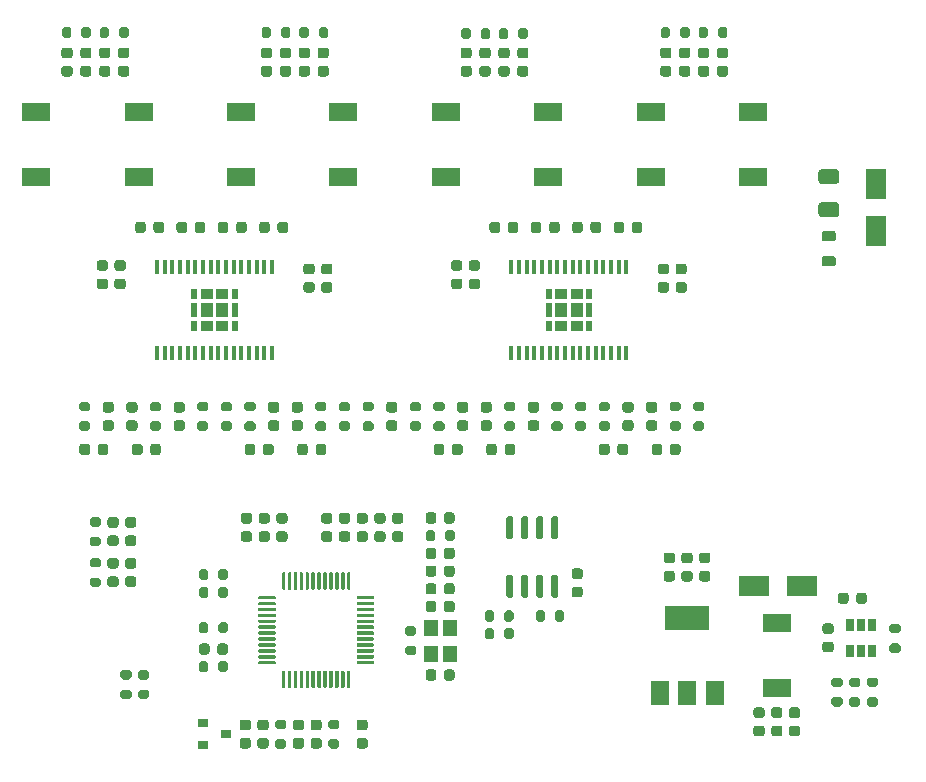
<source format=gbr>
%TF.GenerationSoftware,KiCad,Pcbnew,(5.1.8)-1*%
%TF.CreationDate,2021-12-09T09:07:22-03:00*%
%TF.ProjectId,dsp_amp_2to4,6473705f-616d-4705-9f32-746f342e6b69,1.1*%
%TF.SameCoordinates,Original*%
%TF.FileFunction,Paste,Top*%
%TF.FilePolarity,Positive*%
%FSLAX46Y46*%
G04 Gerber Fmt 4.6, Leading zero omitted, Abs format (unit mm)*
G04 Created by KiCad (PCBNEW (5.1.8)-1) date 2021-12-09 09:07:22*
%MOMM*%
%LPD*%
G01*
G04 APERTURE LIST*
%ADD10R,0.650000X1.060000*%
%ADD11R,2.400000X1.500000*%
%ADD12R,2.500000X1.800000*%
%ADD13R,3.800000X2.000000*%
%ADD14R,1.500000X2.000000*%
%ADD15R,0.400000X1.200000*%
%ADD16R,1.000000X1.200000*%
%ADD17R,0.550000X1.200000*%
%ADD18R,1.000000X0.930000*%
%ADD19R,0.550000X0.930000*%
%ADD20R,1.200000X1.400000*%
%ADD21R,0.900000X0.800000*%
%ADD22R,1.800000X2.500000*%
G04 APERTURE END LIST*
%TO.C,C8*%
G36*
G01*
X112750000Y-112931520D02*
X112250000Y-112931520D01*
G75*
G02*
X112025000Y-112706520I0J225000D01*
G01*
X112025000Y-112256520D01*
G75*
G02*
X112250000Y-112031520I225000J0D01*
G01*
X112750000Y-112031520D01*
G75*
G02*
X112975000Y-112256520I0J-225000D01*
G01*
X112975000Y-112706520D01*
G75*
G02*
X112750000Y-112931520I-225000J0D01*
G01*
G37*
G36*
G01*
X112750000Y-114481520D02*
X112250000Y-114481520D01*
G75*
G02*
X112025000Y-114256520I0J225000D01*
G01*
X112025000Y-113806520D01*
G75*
G02*
X112250000Y-113581520I225000J0D01*
G01*
X112750000Y-113581520D01*
G75*
G02*
X112975000Y-113806520I0J-225000D01*
G01*
X112975000Y-114256520D01*
G75*
G02*
X112750000Y-114481520I-225000J0D01*
G01*
G37*
%TD*%
%TO.C,C7*%
G36*
G01*
X114250000Y-112931520D02*
X113750000Y-112931520D01*
G75*
G02*
X113525000Y-112706520I0J225000D01*
G01*
X113525000Y-112256520D01*
G75*
G02*
X113750000Y-112031520I225000J0D01*
G01*
X114250000Y-112031520D01*
G75*
G02*
X114475000Y-112256520I0J-225000D01*
G01*
X114475000Y-112706520D01*
G75*
G02*
X114250000Y-112931520I-225000J0D01*
G01*
G37*
G36*
G01*
X114250000Y-114481520D02*
X113750000Y-114481520D01*
G75*
G02*
X113525000Y-114256520I0J225000D01*
G01*
X113525000Y-113806520D01*
G75*
G02*
X113750000Y-113581520I225000J0D01*
G01*
X114250000Y-113581520D01*
G75*
G02*
X114475000Y-113806520I0J-225000D01*
G01*
X114475000Y-114256520D01*
G75*
G02*
X114250000Y-114481520I-225000J0D01*
G01*
G37*
%TD*%
D10*
%TO.C,U1*%
X127240000Y-118143480D03*
X126290000Y-118143480D03*
X128190000Y-118143480D03*
X128190000Y-120343480D03*
X127240000Y-120343480D03*
X126290000Y-120343480D03*
%TD*%
%TO.C,R4*%
G36*
G01*
X128475000Y-123418480D02*
X127925000Y-123418480D01*
G75*
G02*
X127725000Y-123218480I0J200000D01*
G01*
X127725000Y-122818480D01*
G75*
G02*
X127925000Y-122618480I200000J0D01*
G01*
X128475000Y-122618480D01*
G75*
G02*
X128675000Y-122818480I0J-200000D01*
G01*
X128675000Y-123218480D01*
G75*
G02*
X128475000Y-123418480I-200000J0D01*
G01*
G37*
G36*
G01*
X128475000Y-125068480D02*
X127925000Y-125068480D01*
G75*
G02*
X127725000Y-124868480I0J200000D01*
G01*
X127725000Y-124468480D01*
G75*
G02*
X127925000Y-124268480I200000J0D01*
G01*
X128475000Y-124268480D01*
G75*
G02*
X128675000Y-124468480I0J-200000D01*
G01*
X128675000Y-124868480D01*
G75*
G02*
X128475000Y-125068480I-200000J0D01*
G01*
G37*
%TD*%
%TO.C,R3*%
G36*
G01*
X126975000Y-123418480D02*
X126425000Y-123418480D01*
G75*
G02*
X126225000Y-123218480I0J200000D01*
G01*
X126225000Y-122818480D01*
G75*
G02*
X126425000Y-122618480I200000J0D01*
G01*
X126975000Y-122618480D01*
G75*
G02*
X127175000Y-122818480I0J-200000D01*
G01*
X127175000Y-123218480D01*
G75*
G02*
X126975000Y-123418480I-200000J0D01*
G01*
G37*
G36*
G01*
X126975000Y-125068480D02*
X126425000Y-125068480D01*
G75*
G02*
X126225000Y-124868480I0J200000D01*
G01*
X126225000Y-124468480D01*
G75*
G02*
X126425000Y-124268480I200000J0D01*
G01*
X126975000Y-124268480D01*
G75*
G02*
X127175000Y-124468480I0J-200000D01*
G01*
X127175000Y-124868480D01*
G75*
G02*
X126975000Y-125068480I-200000J0D01*
G01*
G37*
%TD*%
%TO.C,R2*%
G36*
G01*
X124925000Y-124268480D02*
X125475000Y-124268480D01*
G75*
G02*
X125675000Y-124468480I0J-200000D01*
G01*
X125675000Y-124868480D01*
G75*
G02*
X125475000Y-125068480I-200000J0D01*
G01*
X124925000Y-125068480D01*
G75*
G02*
X124725000Y-124868480I0J200000D01*
G01*
X124725000Y-124468480D01*
G75*
G02*
X124925000Y-124268480I200000J0D01*
G01*
G37*
G36*
G01*
X124925000Y-122618480D02*
X125475000Y-122618480D01*
G75*
G02*
X125675000Y-122818480I0J-200000D01*
G01*
X125675000Y-123218480D01*
G75*
G02*
X125475000Y-123418480I-200000J0D01*
G01*
X124925000Y-123418480D01*
G75*
G02*
X124725000Y-123218480I0J200000D01*
G01*
X124725000Y-122818480D01*
G75*
G02*
X124925000Y-122618480I200000J0D01*
G01*
G37*
%TD*%
%TO.C,R1*%
G36*
G01*
X130375000Y-118875000D02*
X129825000Y-118875000D01*
G75*
G02*
X129625000Y-118675000I0J200000D01*
G01*
X129625000Y-118275000D01*
G75*
G02*
X129825000Y-118075000I200000J0D01*
G01*
X130375000Y-118075000D01*
G75*
G02*
X130575000Y-118275000I0J-200000D01*
G01*
X130575000Y-118675000D01*
G75*
G02*
X130375000Y-118875000I-200000J0D01*
G01*
G37*
G36*
G01*
X130375000Y-120525000D02*
X129825000Y-120525000D01*
G75*
G02*
X129625000Y-120325000I0J200000D01*
G01*
X129625000Y-119925000D01*
G75*
G02*
X129825000Y-119725000I200000J0D01*
G01*
X130375000Y-119725000D01*
G75*
G02*
X130575000Y-119925000I0J-200000D01*
G01*
X130575000Y-120325000D01*
G75*
G02*
X130375000Y-120525000I-200000J0D01*
G01*
G37*
%TD*%
D11*
%TO.C,L2*%
X120140000Y-123493480D03*
X120140000Y-117993480D03*
%TD*%
D12*
%TO.C,D2*%
X122200000Y-114900000D03*
X118200000Y-114900000D03*
%TD*%
%TO.C,C6*%
G36*
G01*
X119850000Y-126681520D02*
X120350000Y-126681520D01*
G75*
G02*
X120575000Y-126906520I0J-225000D01*
G01*
X120575000Y-127356520D01*
G75*
G02*
X120350000Y-127581520I-225000J0D01*
G01*
X119850000Y-127581520D01*
G75*
G02*
X119625000Y-127356520I0J225000D01*
G01*
X119625000Y-126906520D01*
G75*
G02*
X119850000Y-126681520I225000J0D01*
G01*
G37*
G36*
G01*
X119850000Y-125131520D02*
X120350000Y-125131520D01*
G75*
G02*
X120575000Y-125356520I0J-225000D01*
G01*
X120575000Y-125806520D01*
G75*
G02*
X120350000Y-126031520I-225000J0D01*
G01*
X119850000Y-126031520D01*
G75*
G02*
X119625000Y-125806520I0J225000D01*
G01*
X119625000Y-125356520D01*
G75*
G02*
X119850000Y-125131520I225000J0D01*
G01*
G37*
%TD*%
%TO.C,C5*%
G36*
G01*
X121350000Y-126681520D02*
X121850000Y-126681520D01*
G75*
G02*
X122075000Y-126906520I0J-225000D01*
G01*
X122075000Y-127356520D01*
G75*
G02*
X121850000Y-127581520I-225000J0D01*
G01*
X121350000Y-127581520D01*
G75*
G02*
X121125000Y-127356520I0J225000D01*
G01*
X121125000Y-126906520D01*
G75*
G02*
X121350000Y-126681520I225000J0D01*
G01*
G37*
G36*
G01*
X121350000Y-125131520D02*
X121850000Y-125131520D01*
G75*
G02*
X122075000Y-125356520I0J-225000D01*
G01*
X122075000Y-125806520D01*
G75*
G02*
X121850000Y-126031520I-225000J0D01*
G01*
X121350000Y-126031520D01*
G75*
G02*
X121125000Y-125806520I0J225000D01*
G01*
X121125000Y-125356520D01*
G75*
G02*
X121350000Y-125131520I225000J0D01*
G01*
G37*
%TD*%
%TO.C,C3*%
G36*
G01*
X124690000Y-118918480D02*
X124190000Y-118918480D01*
G75*
G02*
X123965000Y-118693480I0J225000D01*
G01*
X123965000Y-118243480D01*
G75*
G02*
X124190000Y-118018480I225000J0D01*
G01*
X124690000Y-118018480D01*
G75*
G02*
X124915000Y-118243480I0J-225000D01*
G01*
X124915000Y-118693480D01*
G75*
G02*
X124690000Y-118918480I-225000J0D01*
G01*
G37*
G36*
G01*
X124690000Y-120468480D02*
X124190000Y-120468480D01*
G75*
G02*
X123965000Y-120243480I0J225000D01*
G01*
X123965000Y-119793480D01*
G75*
G02*
X124190000Y-119568480I225000J0D01*
G01*
X124690000Y-119568480D01*
G75*
G02*
X124915000Y-119793480I0J-225000D01*
G01*
X124915000Y-120243480D01*
G75*
G02*
X124690000Y-120468480I-225000J0D01*
G01*
G37*
%TD*%
%TO.C,C1*%
G36*
G01*
X126175000Y-115650000D02*
X126175000Y-116150000D01*
G75*
G02*
X125950000Y-116375000I-225000J0D01*
G01*
X125500000Y-116375000D01*
G75*
G02*
X125275000Y-116150000I0J225000D01*
G01*
X125275000Y-115650000D01*
G75*
G02*
X125500000Y-115425000I225000J0D01*
G01*
X125950000Y-115425000D01*
G75*
G02*
X126175000Y-115650000I0J-225000D01*
G01*
G37*
G36*
G01*
X127725000Y-115650000D02*
X127725000Y-116150000D01*
G75*
G02*
X127500000Y-116375000I-225000J0D01*
G01*
X127050000Y-116375000D01*
G75*
G02*
X126825000Y-116150000I0J225000D01*
G01*
X126825000Y-115650000D01*
G75*
G02*
X127050000Y-115425000I225000J0D01*
G01*
X127500000Y-115425000D01*
G75*
G02*
X127725000Y-115650000I0J-225000D01*
G01*
G37*
%TD*%
%TO.C,C51*%
G36*
G01*
X64250000Y-87275000D02*
X64750000Y-87275000D01*
G75*
G02*
X64975000Y-87500000I0J-225000D01*
G01*
X64975000Y-87950000D01*
G75*
G02*
X64750000Y-88175000I-225000J0D01*
G01*
X64250000Y-88175000D01*
G75*
G02*
X64025000Y-87950000I0J225000D01*
G01*
X64025000Y-87500000D01*
G75*
G02*
X64250000Y-87275000I225000J0D01*
G01*
G37*
G36*
G01*
X64250000Y-88825000D02*
X64750000Y-88825000D01*
G75*
G02*
X64975000Y-89050000I0J-225000D01*
G01*
X64975000Y-89500000D01*
G75*
G02*
X64750000Y-89725000I-225000J0D01*
G01*
X64250000Y-89725000D01*
G75*
G02*
X64025000Y-89500000I0J225000D01*
G01*
X64025000Y-89050000D01*
G75*
G02*
X64250000Y-88825000I225000J0D01*
G01*
G37*
%TD*%
%TO.C,C53*%
G36*
G01*
X62750000Y-88825000D02*
X63250000Y-88825000D01*
G75*
G02*
X63475000Y-89050000I0J-225000D01*
G01*
X63475000Y-89500000D01*
G75*
G02*
X63250000Y-89725000I-225000J0D01*
G01*
X62750000Y-89725000D01*
G75*
G02*
X62525000Y-89500000I0J225000D01*
G01*
X62525000Y-89050000D01*
G75*
G02*
X62750000Y-88825000I225000J0D01*
G01*
G37*
G36*
G01*
X62750000Y-87275000D02*
X63250000Y-87275000D01*
G75*
G02*
X63475000Y-87500000I0J-225000D01*
G01*
X63475000Y-87950000D01*
G75*
G02*
X63250000Y-88175000I-225000J0D01*
G01*
X62750000Y-88175000D01*
G75*
G02*
X62525000Y-87950000I0J225000D01*
G01*
X62525000Y-87500000D01*
G75*
G02*
X62750000Y-87275000I225000J0D01*
G01*
G37*
%TD*%
%TO.C,R19*%
G36*
G01*
X72825000Y-115675000D02*
X72825000Y-115125000D01*
G75*
G02*
X73025000Y-114925000I200000J0D01*
G01*
X73425000Y-114925000D01*
G75*
G02*
X73625000Y-115125000I0J-200000D01*
G01*
X73625000Y-115675000D01*
G75*
G02*
X73425000Y-115875000I-200000J0D01*
G01*
X73025000Y-115875000D01*
G75*
G02*
X72825000Y-115675000I0J200000D01*
G01*
G37*
G36*
G01*
X71175000Y-115675000D02*
X71175000Y-115125000D01*
G75*
G02*
X71375000Y-114925000I200000J0D01*
G01*
X71775000Y-114925000D01*
G75*
G02*
X71975000Y-115125000I0J-200000D01*
G01*
X71975000Y-115675000D01*
G75*
G02*
X71775000Y-115875000I-200000J0D01*
G01*
X71375000Y-115875000D01*
G75*
G02*
X71175000Y-115675000I0J200000D01*
G01*
G37*
%TD*%
%TO.C,R13*%
G36*
G01*
X72825000Y-114175000D02*
X72825000Y-113625000D01*
G75*
G02*
X73025000Y-113425000I200000J0D01*
G01*
X73425000Y-113425000D01*
G75*
G02*
X73625000Y-113625000I0J-200000D01*
G01*
X73625000Y-114175000D01*
G75*
G02*
X73425000Y-114375000I-200000J0D01*
G01*
X73025000Y-114375000D01*
G75*
G02*
X72825000Y-114175000I0J200000D01*
G01*
G37*
G36*
G01*
X71175000Y-114175000D02*
X71175000Y-113625000D01*
G75*
G02*
X71375000Y-113425000I200000J0D01*
G01*
X71775000Y-113425000D01*
G75*
G02*
X71975000Y-113625000I0J-200000D01*
G01*
X71975000Y-114175000D01*
G75*
G02*
X71775000Y-114375000I-200000J0D01*
G01*
X71375000Y-114375000D01*
G75*
G02*
X71175000Y-114175000I0J200000D01*
G01*
G37*
%TD*%
%TO.C,C95*%
G36*
G01*
X113650000Y-70825000D02*
X114150000Y-70825000D01*
G75*
G02*
X114375000Y-71050000I0J-225000D01*
G01*
X114375000Y-71500000D01*
G75*
G02*
X114150000Y-71725000I-225000J0D01*
G01*
X113650000Y-71725000D01*
G75*
G02*
X113425000Y-71500000I0J225000D01*
G01*
X113425000Y-71050000D01*
G75*
G02*
X113650000Y-70825000I225000J0D01*
G01*
G37*
G36*
G01*
X113650000Y-69275000D02*
X114150000Y-69275000D01*
G75*
G02*
X114375000Y-69500000I0J-225000D01*
G01*
X114375000Y-69950000D01*
G75*
G02*
X114150000Y-70175000I-225000J0D01*
G01*
X113650000Y-70175000D01*
G75*
G02*
X113425000Y-69950000I0J225000D01*
G01*
X113425000Y-69500000D01*
G75*
G02*
X113650000Y-69275000I225000J0D01*
G01*
G37*
%TD*%
%TO.C,C94*%
G36*
G01*
X112050000Y-70825000D02*
X112550000Y-70825000D01*
G75*
G02*
X112775000Y-71050000I0J-225000D01*
G01*
X112775000Y-71500000D01*
G75*
G02*
X112550000Y-71725000I-225000J0D01*
G01*
X112050000Y-71725000D01*
G75*
G02*
X111825000Y-71500000I0J225000D01*
G01*
X111825000Y-71050000D01*
G75*
G02*
X112050000Y-70825000I225000J0D01*
G01*
G37*
G36*
G01*
X112050000Y-69275000D02*
X112550000Y-69275000D01*
G75*
G02*
X112775000Y-69500000I0J-225000D01*
G01*
X112775000Y-69950000D01*
G75*
G02*
X112550000Y-70175000I-225000J0D01*
G01*
X112050000Y-70175000D01*
G75*
G02*
X111825000Y-69950000I0J225000D01*
G01*
X111825000Y-69500000D01*
G75*
G02*
X112050000Y-69275000I225000J0D01*
G01*
G37*
%TD*%
%TO.C,C93*%
G36*
G01*
X96750000Y-70825000D02*
X97250000Y-70825000D01*
G75*
G02*
X97475000Y-71050000I0J-225000D01*
G01*
X97475000Y-71500000D01*
G75*
G02*
X97250000Y-71725000I-225000J0D01*
G01*
X96750000Y-71725000D01*
G75*
G02*
X96525000Y-71500000I0J225000D01*
G01*
X96525000Y-71050000D01*
G75*
G02*
X96750000Y-70825000I225000J0D01*
G01*
G37*
G36*
G01*
X96750000Y-69275000D02*
X97250000Y-69275000D01*
G75*
G02*
X97475000Y-69500000I0J-225000D01*
G01*
X97475000Y-69950000D01*
G75*
G02*
X97250000Y-70175000I-225000J0D01*
G01*
X96750000Y-70175000D01*
G75*
G02*
X96525000Y-69950000I0J225000D01*
G01*
X96525000Y-69500000D01*
G75*
G02*
X96750000Y-69275000I225000J0D01*
G01*
G37*
%TD*%
%TO.C,C91*%
G36*
G01*
X115250000Y-70825000D02*
X115750000Y-70825000D01*
G75*
G02*
X115975000Y-71050000I0J-225000D01*
G01*
X115975000Y-71500000D01*
G75*
G02*
X115750000Y-71725000I-225000J0D01*
G01*
X115250000Y-71725000D01*
G75*
G02*
X115025000Y-71500000I0J225000D01*
G01*
X115025000Y-71050000D01*
G75*
G02*
X115250000Y-70825000I225000J0D01*
G01*
G37*
G36*
G01*
X115250000Y-69275000D02*
X115750000Y-69275000D01*
G75*
G02*
X115975000Y-69500000I0J-225000D01*
G01*
X115975000Y-69950000D01*
G75*
G02*
X115750000Y-70175000I-225000J0D01*
G01*
X115250000Y-70175000D01*
G75*
G02*
X115025000Y-69950000I0J225000D01*
G01*
X115025000Y-69500000D01*
G75*
G02*
X115250000Y-69275000I225000J0D01*
G01*
G37*
%TD*%
%TO.C,C90*%
G36*
G01*
X110450000Y-70825000D02*
X110950000Y-70825000D01*
G75*
G02*
X111175000Y-71050000I0J-225000D01*
G01*
X111175000Y-71500000D01*
G75*
G02*
X110950000Y-71725000I-225000J0D01*
G01*
X110450000Y-71725000D01*
G75*
G02*
X110225000Y-71500000I0J225000D01*
G01*
X110225000Y-71050000D01*
G75*
G02*
X110450000Y-70825000I225000J0D01*
G01*
G37*
G36*
G01*
X110450000Y-69275000D02*
X110950000Y-69275000D01*
G75*
G02*
X111175000Y-69500000I0J-225000D01*
G01*
X111175000Y-69950000D01*
G75*
G02*
X110950000Y-70175000I-225000J0D01*
G01*
X110450000Y-70175000D01*
G75*
G02*
X110225000Y-69950000I0J225000D01*
G01*
X110225000Y-69500000D01*
G75*
G02*
X110450000Y-69275000I225000J0D01*
G01*
G37*
%TD*%
%TO.C,C89*%
G36*
G01*
X98350000Y-70825000D02*
X98850000Y-70825000D01*
G75*
G02*
X99075000Y-71050000I0J-225000D01*
G01*
X99075000Y-71500000D01*
G75*
G02*
X98850000Y-71725000I-225000J0D01*
G01*
X98350000Y-71725000D01*
G75*
G02*
X98125000Y-71500000I0J225000D01*
G01*
X98125000Y-71050000D01*
G75*
G02*
X98350000Y-70825000I225000J0D01*
G01*
G37*
G36*
G01*
X98350000Y-69275000D02*
X98850000Y-69275000D01*
G75*
G02*
X99075000Y-69500000I0J-225000D01*
G01*
X99075000Y-69950000D01*
G75*
G02*
X98850000Y-70175000I-225000J0D01*
G01*
X98350000Y-70175000D01*
G75*
G02*
X98125000Y-69950000I0J225000D01*
G01*
X98125000Y-69500000D01*
G75*
G02*
X98350000Y-69275000I225000J0D01*
G01*
G37*
%TD*%
%TO.C,C88*%
G36*
G01*
X93550000Y-70825000D02*
X94050000Y-70825000D01*
G75*
G02*
X94275000Y-71050000I0J-225000D01*
G01*
X94275000Y-71500000D01*
G75*
G02*
X94050000Y-71725000I-225000J0D01*
G01*
X93550000Y-71725000D01*
G75*
G02*
X93325000Y-71500000I0J225000D01*
G01*
X93325000Y-71050000D01*
G75*
G02*
X93550000Y-70825000I225000J0D01*
G01*
G37*
G36*
G01*
X93550000Y-69275000D02*
X94050000Y-69275000D01*
G75*
G02*
X94275000Y-69500000I0J-225000D01*
G01*
X94275000Y-69950000D01*
G75*
G02*
X94050000Y-70175000I-225000J0D01*
G01*
X93550000Y-70175000D01*
G75*
G02*
X93325000Y-69950000I0J225000D01*
G01*
X93325000Y-69500000D01*
G75*
G02*
X93550000Y-69275000I225000J0D01*
G01*
G37*
%TD*%
%TO.C,C83*%
G36*
G01*
X111750000Y-89125000D02*
X112250000Y-89125000D01*
G75*
G02*
X112475000Y-89350000I0J-225000D01*
G01*
X112475000Y-89800000D01*
G75*
G02*
X112250000Y-90025000I-225000J0D01*
G01*
X111750000Y-90025000D01*
G75*
G02*
X111525000Y-89800000I0J225000D01*
G01*
X111525000Y-89350000D01*
G75*
G02*
X111750000Y-89125000I225000J0D01*
G01*
G37*
G36*
G01*
X111750000Y-87575000D02*
X112250000Y-87575000D01*
G75*
G02*
X112475000Y-87800000I0J-225000D01*
G01*
X112475000Y-88250000D01*
G75*
G02*
X112250000Y-88475000I-225000J0D01*
G01*
X111750000Y-88475000D01*
G75*
G02*
X111525000Y-88250000I0J225000D01*
G01*
X111525000Y-87800000D01*
G75*
G02*
X111750000Y-87575000I225000J0D01*
G01*
G37*
%TD*%
%TO.C,C81*%
G36*
G01*
X110250000Y-89125000D02*
X110750000Y-89125000D01*
G75*
G02*
X110975000Y-89350000I0J-225000D01*
G01*
X110975000Y-89800000D01*
G75*
G02*
X110750000Y-90025000I-225000J0D01*
G01*
X110250000Y-90025000D01*
G75*
G02*
X110025000Y-89800000I0J225000D01*
G01*
X110025000Y-89350000D01*
G75*
G02*
X110250000Y-89125000I225000J0D01*
G01*
G37*
G36*
G01*
X110250000Y-87575000D02*
X110750000Y-87575000D01*
G75*
G02*
X110975000Y-87800000I0J-225000D01*
G01*
X110975000Y-88250000D01*
G75*
G02*
X110750000Y-88475000I-225000J0D01*
G01*
X110250000Y-88475000D01*
G75*
G02*
X110025000Y-88250000I0J225000D01*
G01*
X110025000Y-87800000D01*
G75*
G02*
X110250000Y-87575000I225000J0D01*
G01*
G37*
%TD*%
%TO.C,C79*%
G36*
G01*
X107825000Y-84750000D02*
X107825000Y-84250000D01*
G75*
G02*
X108050000Y-84025000I225000J0D01*
G01*
X108500000Y-84025000D01*
G75*
G02*
X108725000Y-84250000I0J-225000D01*
G01*
X108725000Y-84750000D01*
G75*
G02*
X108500000Y-84975000I-225000J0D01*
G01*
X108050000Y-84975000D01*
G75*
G02*
X107825000Y-84750000I0J225000D01*
G01*
G37*
G36*
G01*
X106275000Y-84750000D02*
X106275000Y-84250000D01*
G75*
G02*
X106500000Y-84025000I225000J0D01*
G01*
X106950000Y-84025000D01*
G75*
G02*
X107175000Y-84250000I0J-225000D01*
G01*
X107175000Y-84750000D01*
G75*
G02*
X106950000Y-84975000I-225000J0D01*
G01*
X106500000Y-84975000D01*
G75*
G02*
X106275000Y-84750000I0J225000D01*
G01*
G37*
%TD*%
%TO.C,C78*%
G36*
G01*
X103675000Y-84250000D02*
X103675000Y-84750000D01*
G75*
G02*
X103450000Y-84975000I-225000J0D01*
G01*
X103000000Y-84975000D01*
G75*
G02*
X102775000Y-84750000I0J225000D01*
G01*
X102775000Y-84250000D01*
G75*
G02*
X103000000Y-84025000I225000J0D01*
G01*
X103450000Y-84025000D01*
G75*
G02*
X103675000Y-84250000I0J-225000D01*
G01*
G37*
G36*
G01*
X105225000Y-84250000D02*
X105225000Y-84750000D01*
G75*
G02*
X105000000Y-84975000I-225000J0D01*
G01*
X104550000Y-84975000D01*
G75*
G02*
X104325000Y-84750000I0J225000D01*
G01*
X104325000Y-84250000D01*
G75*
G02*
X104550000Y-84025000I225000J0D01*
G01*
X105000000Y-84025000D01*
G75*
G02*
X105225000Y-84250000I0J-225000D01*
G01*
G37*
%TD*%
%TO.C,C77*%
G36*
G01*
X100825000Y-84750000D02*
X100825000Y-84250000D01*
G75*
G02*
X101050000Y-84025000I225000J0D01*
G01*
X101500000Y-84025000D01*
G75*
G02*
X101725000Y-84250000I0J-225000D01*
G01*
X101725000Y-84750000D01*
G75*
G02*
X101500000Y-84975000I-225000J0D01*
G01*
X101050000Y-84975000D01*
G75*
G02*
X100825000Y-84750000I0J225000D01*
G01*
G37*
G36*
G01*
X99275000Y-84750000D02*
X99275000Y-84250000D01*
G75*
G02*
X99500000Y-84025000I225000J0D01*
G01*
X99950000Y-84025000D01*
G75*
G02*
X100175000Y-84250000I0J-225000D01*
G01*
X100175000Y-84750000D01*
G75*
G02*
X99950000Y-84975000I-225000J0D01*
G01*
X99500000Y-84975000D01*
G75*
G02*
X99275000Y-84750000I0J225000D01*
G01*
G37*
%TD*%
%TO.C,C70*%
G36*
G01*
X110400000Y-103050000D02*
X110400000Y-103550000D01*
G75*
G02*
X110175000Y-103775000I-225000J0D01*
G01*
X109725000Y-103775000D01*
G75*
G02*
X109500000Y-103550000I0J225000D01*
G01*
X109500000Y-103050000D01*
G75*
G02*
X109725000Y-102825000I225000J0D01*
G01*
X110175000Y-102825000D01*
G75*
G02*
X110400000Y-103050000I0J-225000D01*
G01*
G37*
G36*
G01*
X111950000Y-103050000D02*
X111950000Y-103550000D01*
G75*
G02*
X111725000Y-103775000I-225000J0D01*
G01*
X111275000Y-103775000D01*
G75*
G02*
X111050000Y-103550000I0J225000D01*
G01*
X111050000Y-103050000D01*
G75*
G02*
X111275000Y-102825000I225000J0D01*
G01*
X111725000Y-102825000D01*
G75*
G02*
X111950000Y-103050000I0J-225000D01*
G01*
G37*
%TD*%
%TO.C,C69*%
G36*
G01*
X106600000Y-103550000D02*
X106600000Y-103050000D01*
G75*
G02*
X106825000Y-102825000I225000J0D01*
G01*
X107275000Y-102825000D01*
G75*
G02*
X107500000Y-103050000I0J-225000D01*
G01*
X107500000Y-103550000D01*
G75*
G02*
X107275000Y-103775000I-225000J0D01*
G01*
X106825000Y-103775000D01*
G75*
G02*
X106600000Y-103550000I0J225000D01*
G01*
G37*
G36*
G01*
X105050000Y-103550000D02*
X105050000Y-103050000D01*
G75*
G02*
X105275000Y-102825000I225000J0D01*
G01*
X105725000Y-102825000D01*
G75*
G02*
X105950000Y-103050000I0J-225000D01*
G01*
X105950000Y-103550000D01*
G75*
G02*
X105725000Y-103775000I-225000J0D01*
G01*
X105275000Y-103775000D01*
G75*
G02*
X105050000Y-103550000I0J225000D01*
G01*
G37*
%TD*%
%TO.C,C68*%
G36*
G01*
X96400000Y-103050000D02*
X96400000Y-103550000D01*
G75*
G02*
X96175000Y-103775000I-225000J0D01*
G01*
X95725000Y-103775000D01*
G75*
G02*
X95500000Y-103550000I0J225000D01*
G01*
X95500000Y-103050000D01*
G75*
G02*
X95725000Y-102825000I225000J0D01*
G01*
X96175000Y-102825000D01*
G75*
G02*
X96400000Y-103050000I0J-225000D01*
G01*
G37*
G36*
G01*
X97950000Y-103050000D02*
X97950000Y-103550000D01*
G75*
G02*
X97725000Y-103775000I-225000J0D01*
G01*
X97275000Y-103775000D01*
G75*
G02*
X97050000Y-103550000I0J225000D01*
G01*
X97050000Y-103050000D01*
G75*
G02*
X97275000Y-102825000I225000J0D01*
G01*
X97725000Y-102825000D01*
G75*
G02*
X97950000Y-103050000I0J-225000D01*
G01*
G37*
%TD*%
%TO.C,C67*%
G36*
G01*
X92600000Y-103550000D02*
X92600000Y-103050000D01*
G75*
G02*
X92825000Y-102825000I225000J0D01*
G01*
X93275000Y-102825000D01*
G75*
G02*
X93500000Y-103050000I0J-225000D01*
G01*
X93500000Y-103550000D01*
G75*
G02*
X93275000Y-103775000I-225000J0D01*
G01*
X92825000Y-103775000D01*
G75*
G02*
X92600000Y-103550000I0J225000D01*
G01*
G37*
G36*
G01*
X91050000Y-103550000D02*
X91050000Y-103050000D01*
G75*
G02*
X91275000Y-102825000I225000J0D01*
G01*
X91725000Y-102825000D01*
G75*
G02*
X91950000Y-103050000I0J-225000D01*
G01*
X91950000Y-103550000D01*
G75*
G02*
X91725000Y-103775000I-225000J0D01*
G01*
X91275000Y-103775000D01*
G75*
G02*
X91050000Y-103550000I0J225000D01*
G01*
G37*
%TD*%
%TO.C,C66*%
G36*
G01*
X79850000Y-70825000D02*
X80350000Y-70825000D01*
G75*
G02*
X80575000Y-71050000I0J-225000D01*
G01*
X80575000Y-71500000D01*
G75*
G02*
X80350000Y-71725000I-225000J0D01*
G01*
X79850000Y-71725000D01*
G75*
G02*
X79625000Y-71500000I0J225000D01*
G01*
X79625000Y-71050000D01*
G75*
G02*
X79850000Y-70825000I225000J0D01*
G01*
G37*
G36*
G01*
X79850000Y-69275000D02*
X80350000Y-69275000D01*
G75*
G02*
X80575000Y-69500000I0J-225000D01*
G01*
X80575000Y-69950000D01*
G75*
G02*
X80350000Y-70175000I-225000J0D01*
G01*
X79850000Y-70175000D01*
G75*
G02*
X79625000Y-69950000I0J225000D01*
G01*
X79625000Y-69500000D01*
G75*
G02*
X79850000Y-69275000I225000J0D01*
G01*
G37*
%TD*%
%TO.C,C65*%
G36*
G01*
X78250000Y-70825000D02*
X78750000Y-70825000D01*
G75*
G02*
X78975000Y-71050000I0J-225000D01*
G01*
X78975000Y-71500000D01*
G75*
G02*
X78750000Y-71725000I-225000J0D01*
G01*
X78250000Y-71725000D01*
G75*
G02*
X78025000Y-71500000I0J225000D01*
G01*
X78025000Y-71050000D01*
G75*
G02*
X78250000Y-70825000I225000J0D01*
G01*
G37*
G36*
G01*
X78250000Y-69275000D02*
X78750000Y-69275000D01*
G75*
G02*
X78975000Y-69500000I0J-225000D01*
G01*
X78975000Y-69950000D01*
G75*
G02*
X78750000Y-70175000I-225000J0D01*
G01*
X78250000Y-70175000D01*
G75*
G02*
X78025000Y-69950000I0J225000D01*
G01*
X78025000Y-69500000D01*
G75*
G02*
X78250000Y-69275000I225000J0D01*
G01*
G37*
%TD*%
%TO.C,C64*%
G36*
G01*
X62950000Y-70825000D02*
X63450000Y-70825000D01*
G75*
G02*
X63675000Y-71050000I0J-225000D01*
G01*
X63675000Y-71500000D01*
G75*
G02*
X63450000Y-71725000I-225000J0D01*
G01*
X62950000Y-71725000D01*
G75*
G02*
X62725000Y-71500000I0J225000D01*
G01*
X62725000Y-71050000D01*
G75*
G02*
X62950000Y-70825000I225000J0D01*
G01*
G37*
G36*
G01*
X62950000Y-69275000D02*
X63450000Y-69275000D01*
G75*
G02*
X63675000Y-69500000I0J-225000D01*
G01*
X63675000Y-69950000D01*
G75*
G02*
X63450000Y-70175000I-225000J0D01*
G01*
X62950000Y-70175000D01*
G75*
G02*
X62725000Y-69950000I0J225000D01*
G01*
X62725000Y-69500000D01*
G75*
G02*
X62950000Y-69275000I225000J0D01*
G01*
G37*
%TD*%
%TO.C,C62*%
G36*
G01*
X81450000Y-70825000D02*
X81950000Y-70825000D01*
G75*
G02*
X82175000Y-71050000I0J-225000D01*
G01*
X82175000Y-71500000D01*
G75*
G02*
X81950000Y-71725000I-225000J0D01*
G01*
X81450000Y-71725000D01*
G75*
G02*
X81225000Y-71500000I0J225000D01*
G01*
X81225000Y-71050000D01*
G75*
G02*
X81450000Y-70825000I225000J0D01*
G01*
G37*
G36*
G01*
X81450000Y-69275000D02*
X81950000Y-69275000D01*
G75*
G02*
X82175000Y-69500000I0J-225000D01*
G01*
X82175000Y-69950000D01*
G75*
G02*
X81950000Y-70175000I-225000J0D01*
G01*
X81450000Y-70175000D01*
G75*
G02*
X81225000Y-69950000I0J225000D01*
G01*
X81225000Y-69500000D01*
G75*
G02*
X81450000Y-69275000I225000J0D01*
G01*
G37*
%TD*%
%TO.C,C61*%
G36*
G01*
X76650000Y-70825000D02*
X77150000Y-70825000D01*
G75*
G02*
X77375000Y-71050000I0J-225000D01*
G01*
X77375000Y-71500000D01*
G75*
G02*
X77150000Y-71725000I-225000J0D01*
G01*
X76650000Y-71725000D01*
G75*
G02*
X76425000Y-71500000I0J225000D01*
G01*
X76425000Y-71050000D01*
G75*
G02*
X76650000Y-70825000I225000J0D01*
G01*
G37*
G36*
G01*
X76650000Y-69275000D02*
X77150000Y-69275000D01*
G75*
G02*
X77375000Y-69500000I0J-225000D01*
G01*
X77375000Y-69950000D01*
G75*
G02*
X77150000Y-70175000I-225000J0D01*
G01*
X76650000Y-70175000D01*
G75*
G02*
X76425000Y-69950000I0J225000D01*
G01*
X76425000Y-69500000D01*
G75*
G02*
X76650000Y-69275000I225000J0D01*
G01*
G37*
%TD*%
%TO.C,C60*%
G36*
G01*
X64550000Y-70825000D02*
X65050000Y-70825000D01*
G75*
G02*
X65275000Y-71050000I0J-225000D01*
G01*
X65275000Y-71500000D01*
G75*
G02*
X65050000Y-71725000I-225000J0D01*
G01*
X64550000Y-71725000D01*
G75*
G02*
X64325000Y-71500000I0J225000D01*
G01*
X64325000Y-71050000D01*
G75*
G02*
X64550000Y-70825000I225000J0D01*
G01*
G37*
G36*
G01*
X64550000Y-69275000D02*
X65050000Y-69275000D01*
G75*
G02*
X65275000Y-69500000I0J-225000D01*
G01*
X65275000Y-69950000D01*
G75*
G02*
X65050000Y-70175000I-225000J0D01*
G01*
X64550000Y-70175000D01*
G75*
G02*
X64325000Y-69950000I0J225000D01*
G01*
X64325000Y-69500000D01*
G75*
G02*
X64550000Y-69275000I225000J0D01*
G01*
G37*
%TD*%
%TO.C,C59*%
G36*
G01*
X59750000Y-70825000D02*
X60250000Y-70825000D01*
G75*
G02*
X60475000Y-71050000I0J-225000D01*
G01*
X60475000Y-71500000D01*
G75*
G02*
X60250000Y-71725000I-225000J0D01*
G01*
X59750000Y-71725000D01*
G75*
G02*
X59525000Y-71500000I0J225000D01*
G01*
X59525000Y-71050000D01*
G75*
G02*
X59750000Y-70825000I225000J0D01*
G01*
G37*
G36*
G01*
X59750000Y-69275000D02*
X60250000Y-69275000D01*
G75*
G02*
X60475000Y-69500000I0J-225000D01*
G01*
X60475000Y-69950000D01*
G75*
G02*
X60250000Y-70175000I-225000J0D01*
G01*
X59750000Y-70175000D01*
G75*
G02*
X59525000Y-69950000I0J225000D01*
G01*
X59525000Y-69500000D01*
G75*
G02*
X59750000Y-69275000I225000J0D01*
G01*
G37*
%TD*%
%TO.C,C52*%
G36*
G01*
X80250000Y-89125000D02*
X80750000Y-89125000D01*
G75*
G02*
X80975000Y-89350000I0J-225000D01*
G01*
X80975000Y-89800000D01*
G75*
G02*
X80750000Y-90025000I-225000J0D01*
G01*
X80250000Y-90025000D01*
G75*
G02*
X80025000Y-89800000I0J225000D01*
G01*
X80025000Y-89350000D01*
G75*
G02*
X80250000Y-89125000I225000J0D01*
G01*
G37*
G36*
G01*
X80250000Y-87575000D02*
X80750000Y-87575000D01*
G75*
G02*
X80975000Y-87800000I0J-225000D01*
G01*
X80975000Y-88250000D01*
G75*
G02*
X80750000Y-88475000I-225000J0D01*
G01*
X80250000Y-88475000D01*
G75*
G02*
X80025000Y-88250000I0J225000D01*
G01*
X80025000Y-87800000D01*
G75*
G02*
X80250000Y-87575000I225000J0D01*
G01*
G37*
%TD*%
%TO.C,C54*%
G36*
G01*
X81750000Y-89125000D02*
X82250000Y-89125000D01*
G75*
G02*
X82475000Y-89350000I0J-225000D01*
G01*
X82475000Y-89800000D01*
G75*
G02*
X82250000Y-90025000I-225000J0D01*
G01*
X81750000Y-90025000D01*
G75*
G02*
X81525000Y-89800000I0J225000D01*
G01*
X81525000Y-89350000D01*
G75*
G02*
X81750000Y-89125000I225000J0D01*
G01*
G37*
G36*
G01*
X81750000Y-87575000D02*
X82250000Y-87575000D01*
G75*
G02*
X82475000Y-87800000I0J-225000D01*
G01*
X82475000Y-88250000D01*
G75*
G02*
X82250000Y-88475000I-225000J0D01*
G01*
X81750000Y-88475000D01*
G75*
G02*
X81525000Y-88250000I0J225000D01*
G01*
X81525000Y-87800000D01*
G75*
G02*
X81750000Y-87575000I225000J0D01*
G01*
G37*
%TD*%
%TO.C,C36*%
G36*
G01*
X86250000Y-110225000D02*
X86750000Y-110225000D01*
G75*
G02*
X86975000Y-110450000I0J-225000D01*
G01*
X86975000Y-110900000D01*
G75*
G02*
X86750000Y-111125000I-225000J0D01*
G01*
X86250000Y-111125000D01*
G75*
G02*
X86025000Y-110900000I0J225000D01*
G01*
X86025000Y-110450000D01*
G75*
G02*
X86250000Y-110225000I225000J0D01*
G01*
G37*
G36*
G01*
X86250000Y-108675000D02*
X86750000Y-108675000D01*
G75*
G02*
X86975000Y-108900000I0J-225000D01*
G01*
X86975000Y-109350000D01*
G75*
G02*
X86750000Y-109575000I-225000J0D01*
G01*
X86250000Y-109575000D01*
G75*
G02*
X86025000Y-109350000I0J225000D01*
G01*
X86025000Y-108900000D01*
G75*
G02*
X86250000Y-108675000I225000J0D01*
G01*
G37*
%TD*%
%TO.C,C50*%
G36*
G01*
X77825000Y-84750000D02*
X77825000Y-84250000D01*
G75*
G02*
X78050000Y-84025000I225000J0D01*
G01*
X78500000Y-84025000D01*
G75*
G02*
X78725000Y-84250000I0J-225000D01*
G01*
X78725000Y-84750000D01*
G75*
G02*
X78500000Y-84975000I-225000J0D01*
G01*
X78050000Y-84975000D01*
G75*
G02*
X77825000Y-84750000I0J225000D01*
G01*
G37*
G36*
G01*
X76275000Y-84750000D02*
X76275000Y-84250000D01*
G75*
G02*
X76500000Y-84025000I225000J0D01*
G01*
X76950000Y-84025000D01*
G75*
G02*
X77175000Y-84250000I0J-225000D01*
G01*
X77175000Y-84750000D01*
G75*
G02*
X76950000Y-84975000I-225000J0D01*
G01*
X76500000Y-84975000D01*
G75*
G02*
X76275000Y-84750000I0J225000D01*
G01*
G37*
%TD*%
%TO.C,C49*%
G36*
G01*
X73675000Y-84250000D02*
X73675000Y-84750000D01*
G75*
G02*
X73450000Y-84975000I-225000J0D01*
G01*
X73000000Y-84975000D01*
G75*
G02*
X72775000Y-84750000I0J225000D01*
G01*
X72775000Y-84250000D01*
G75*
G02*
X73000000Y-84025000I225000J0D01*
G01*
X73450000Y-84025000D01*
G75*
G02*
X73675000Y-84250000I0J-225000D01*
G01*
G37*
G36*
G01*
X75225000Y-84250000D02*
X75225000Y-84750000D01*
G75*
G02*
X75000000Y-84975000I-225000J0D01*
G01*
X74550000Y-84975000D01*
G75*
G02*
X74325000Y-84750000I0J225000D01*
G01*
X74325000Y-84250000D01*
G75*
G02*
X74550000Y-84025000I225000J0D01*
G01*
X75000000Y-84025000D01*
G75*
G02*
X75225000Y-84250000I0J-225000D01*
G01*
G37*
%TD*%
%TO.C,C48*%
G36*
G01*
X70825000Y-84750000D02*
X70825000Y-84250000D01*
G75*
G02*
X71050000Y-84025000I225000J0D01*
G01*
X71500000Y-84025000D01*
G75*
G02*
X71725000Y-84250000I0J-225000D01*
G01*
X71725000Y-84750000D01*
G75*
G02*
X71500000Y-84975000I-225000J0D01*
G01*
X71050000Y-84975000D01*
G75*
G02*
X70825000Y-84750000I0J225000D01*
G01*
G37*
G36*
G01*
X69275000Y-84750000D02*
X69275000Y-84250000D01*
G75*
G02*
X69500000Y-84025000I225000J0D01*
G01*
X69950000Y-84025000D01*
G75*
G02*
X70175000Y-84250000I0J-225000D01*
G01*
X70175000Y-84750000D01*
G75*
G02*
X69950000Y-84975000I-225000J0D01*
G01*
X69500000Y-84975000D01*
G75*
G02*
X69275000Y-84750000I0J225000D01*
G01*
G37*
%TD*%
%TO.C,C41*%
G36*
G01*
X80400000Y-103050000D02*
X80400000Y-103550000D01*
G75*
G02*
X80175000Y-103775000I-225000J0D01*
G01*
X79725000Y-103775000D01*
G75*
G02*
X79500000Y-103550000I0J225000D01*
G01*
X79500000Y-103050000D01*
G75*
G02*
X79725000Y-102825000I225000J0D01*
G01*
X80175000Y-102825000D01*
G75*
G02*
X80400000Y-103050000I0J-225000D01*
G01*
G37*
G36*
G01*
X81950000Y-103050000D02*
X81950000Y-103550000D01*
G75*
G02*
X81725000Y-103775000I-225000J0D01*
G01*
X81275000Y-103775000D01*
G75*
G02*
X81050000Y-103550000I0J225000D01*
G01*
X81050000Y-103050000D01*
G75*
G02*
X81275000Y-102825000I225000J0D01*
G01*
X81725000Y-102825000D01*
G75*
G02*
X81950000Y-103050000I0J-225000D01*
G01*
G37*
%TD*%
%TO.C,C40*%
G36*
G01*
X76600000Y-103550000D02*
X76600000Y-103050000D01*
G75*
G02*
X76825000Y-102825000I225000J0D01*
G01*
X77275000Y-102825000D01*
G75*
G02*
X77500000Y-103050000I0J-225000D01*
G01*
X77500000Y-103550000D01*
G75*
G02*
X77275000Y-103775000I-225000J0D01*
G01*
X76825000Y-103775000D01*
G75*
G02*
X76600000Y-103550000I0J225000D01*
G01*
G37*
G36*
G01*
X75050000Y-103550000D02*
X75050000Y-103050000D01*
G75*
G02*
X75275000Y-102825000I225000J0D01*
G01*
X75725000Y-102825000D01*
G75*
G02*
X75950000Y-103050000I0J-225000D01*
G01*
X75950000Y-103550000D01*
G75*
G02*
X75725000Y-103775000I-225000J0D01*
G01*
X75275000Y-103775000D01*
G75*
G02*
X75050000Y-103550000I0J225000D01*
G01*
G37*
%TD*%
%TO.C,C39*%
G36*
G01*
X66400000Y-103050000D02*
X66400000Y-103550000D01*
G75*
G02*
X66175000Y-103775000I-225000J0D01*
G01*
X65725000Y-103775000D01*
G75*
G02*
X65500000Y-103550000I0J225000D01*
G01*
X65500000Y-103050000D01*
G75*
G02*
X65725000Y-102825000I225000J0D01*
G01*
X66175000Y-102825000D01*
G75*
G02*
X66400000Y-103050000I0J-225000D01*
G01*
G37*
G36*
G01*
X67950000Y-103050000D02*
X67950000Y-103550000D01*
G75*
G02*
X67725000Y-103775000I-225000J0D01*
G01*
X67275000Y-103775000D01*
G75*
G02*
X67050000Y-103550000I0J225000D01*
G01*
X67050000Y-103050000D01*
G75*
G02*
X67275000Y-102825000I225000J0D01*
G01*
X67725000Y-102825000D01*
G75*
G02*
X67950000Y-103050000I0J-225000D01*
G01*
G37*
%TD*%
%TO.C,C38*%
G36*
G01*
X62600000Y-103550000D02*
X62600000Y-103050000D01*
G75*
G02*
X62825000Y-102825000I225000J0D01*
G01*
X63275000Y-102825000D01*
G75*
G02*
X63500000Y-103050000I0J-225000D01*
G01*
X63500000Y-103550000D01*
G75*
G02*
X63275000Y-103775000I-225000J0D01*
G01*
X62825000Y-103775000D01*
G75*
G02*
X62600000Y-103550000I0J225000D01*
G01*
G37*
G36*
G01*
X61050000Y-103550000D02*
X61050000Y-103050000D01*
G75*
G02*
X61275000Y-102825000I225000J0D01*
G01*
X61725000Y-102825000D01*
G75*
G02*
X61950000Y-103050000I0J-225000D01*
G01*
X61950000Y-103550000D01*
G75*
G02*
X61725000Y-103775000I-225000J0D01*
G01*
X61275000Y-103775000D01*
G75*
G02*
X61050000Y-103550000I0J225000D01*
G01*
G37*
%TD*%
%TO.C,C34*%
G36*
G01*
X84750000Y-127725000D02*
X85250000Y-127725000D01*
G75*
G02*
X85475000Y-127950000I0J-225000D01*
G01*
X85475000Y-128400000D01*
G75*
G02*
X85250000Y-128625000I-225000J0D01*
G01*
X84750000Y-128625000D01*
G75*
G02*
X84525000Y-128400000I0J225000D01*
G01*
X84525000Y-127950000D01*
G75*
G02*
X84750000Y-127725000I225000J0D01*
G01*
G37*
G36*
G01*
X84750000Y-126175000D02*
X85250000Y-126175000D01*
G75*
G02*
X85475000Y-126400000I0J-225000D01*
G01*
X85475000Y-126850000D01*
G75*
G02*
X85250000Y-127075000I-225000J0D01*
G01*
X84750000Y-127075000D01*
G75*
G02*
X84525000Y-126850000I0J225000D01*
G01*
X84525000Y-126400000D01*
G75*
G02*
X84750000Y-126175000I225000J0D01*
G01*
G37*
%TD*%
%TO.C,C33*%
G36*
G01*
X82250000Y-109575000D02*
X81750000Y-109575000D01*
G75*
G02*
X81525000Y-109350000I0J225000D01*
G01*
X81525000Y-108900000D01*
G75*
G02*
X81750000Y-108675000I225000J0D01*
G01*
X82250000Y-108675000D01*
G75*
G02*
X82475000Y-108900000I0J-225000D01*
G01*
X82475000Y-109350000D01*
G75*
G02*
X82250000Y-109575000I-225000J0D01*
G01*
G37*
G36*
G01*
X82250000Y-111125000D02*
X81750000Y-111125000D01*
G75*
G02*
X81525000Y-110900000I0J225000D01*
G01*
X81525000Y-110450000D01*
G75*
G02*
X81750000Y-110225000I225000J0D01*
G01*
X82250000Y-110225000D01*
G75*
G02*
X82475000Y-110450000I0J-225000D01*
G01*
X82475000Y-110900000D01*
G75*
G02*
X82250000Y-111125000I-225000J0D01*
G01*
G37*
%TD*%
%TO.C,C32*%
G36*
G01*
X76350000Y-127725000D02*
X76850000Y-127725000D01*
G75*
G02*
X77075000Y-127950000I0J-225000D01*
G01*
X77075000Y-128400000D01*
G75*
G02*
X76850000Y-128625000I-225000J0D01*
G01*
X76350000Y-128625000D01*
G75*
G02*
X76125000Y-128400000I0J225000D01*
G01*
X76125000Y-127950000D01*
G75*
G02*
X76350000Y-127725000I225000J0D01*
G01*
G37*
G36*
G01*
X76350000Y-126175000D02*
X76850000Y-126175000D01*
G75*
G02*
X77075000Y-126400000I0J-225000D01*
G01*
X77075000Y-126850000D01*
G75*
G02*
X76850000Y-127075000I-225000J0D01*
G01*
X76350000Y-127075000D01*
G75*
G02*
X76125000Y-126850000I0J225000D01*
G01*
X76125000Y-126400000D01*
G75*
G02*
X76350000Y-126175000I225000J0D01*
G01*
G37*
%TD*%
%TO.C,C31*%
G36*
G01*
X79350000Y-127725000D02*
X79850000Y-127725000D01*
G75*
G02*
X80075000Y-127950000I0J-225000D01*
G01*
X80075000Y-128400000D01*
G75*
G02*
X79850000Y-128625000I-225000J0D01*
G01*
X79350000Y-128625000D01*
G75*
G02*
X79125000Y-128400000I0J225000D01*
G01*
X79125000Y-127950000D01*
G75*
G02*
X79350000Y-127725000I225000J0D01*
G01*
G37*
G36*
G01*
X79350000Y-126175000D02*
X79850000Y-126175000D01*
G75*
G02*
X80075000Y-126400000I0J-225000D01*
G01*
X80075000Y-126850000D01*
G75*
G02*
X79850000Y-127075000I-225000J0D01*
G01*
X79350000Y-127075000D01*
G75*
G02*
X79125000Y-126850000I0J225000D01*
G01*
X79125000Y-126400000D01*
G75*
G02*
X79350000Y-126175000I225000J0D01*
G01*
G37*
%TD*%
%TO.C,C28*%
G36*
G01*
X75450000Y-109575000D02*
X74950000Y-109575000D01*
G75*
G02*
X74725000Y-109350000I0J225000D01*
G01*
X74725000Y-108900000D01*
G75*
G02*
X74950000Y-108675000I225000J0D01*
G01*
X75450000Y-108675000D01*
G75*
G02*
X75675000Y-108900000I0J-225000D01*
G01*
X75675000Y-109350000D01*
G75*
G02*
X75450000Y-109575000I-225000J0D01*
G01*
G37*
G36*
G01*
X75450000Y-111125000D02*
X74950000Y-111125000D01*
G75*
G02*
X74725000Y-110900000I0J225000D01*
G01*
X74725000Y-110450000D01*
G75*
G02*
X74950000Y-110225000I225000J0D01*
G01*
X75450000Y-110225000D01*
G75*
G02*
X75675000Y-110450000I0J-225000D01*
G01*
X75675000Y-110900000D01*
G75*
G02*
X75450000Y-111125000I-225000J0D01*
G01*
G37*
%TD*%
%TO.C,C27*%
G36*
G01*
X88250000Y-109575000D02*
X87750000Y-109575000D01*
G75*
G02*
X87525000Y-109350000I0J225000D01*
G01*
X87525000Y-108900000D01*
G75*
G02*
X87750000Y-108675000I225000J0D01*
G01*
X88250000Y-108675000D01*
G75*
G02*
X88475000Y-108900000I0J-225000D01*
G01*
X88475000Y-109350000D01*
G75*
G02*
X88250000Y-109575000I-225000J0D01*
G01*
G37*
G36*
G01*
X88250000Y-111125000D02*
X87750000Y-111125000D01*
G75*
G02*
X87525000Y-110900000I0J225000D01*
G01*
X87525000Y-110450000D01*
G75*
G02*
X87750000Y-110225000I225000J0D01*
G01*
X88250000Y-110225000D01*
G75*
G02*
X88475000Y-110450000I0J-225000D01*
G01*
X88475000Y-110900000D01*
G75*
G02*
X88250000Y-111125000I-225000J0D01*
G01*
G37*
%TD*%
%TO.C,C25*%
G36*
G01*
X91925000Y-113850000D02*
X91925000Y-113350000D01*
G75*
G02*
X92150000Y-113125000I225000J0D01*
G01*
X92600000Y-113125000D01*
G75*
G02*
X92825000Y-113350000I0J-225000D01*
G01*
X92825000Y-113850000D01*
G75*
G02*
X92600000Y-114075000I-225000J0D01*
G01*
X92150000Y-114075000D01*
G75*
G02*
X91925000Y-113850000I0J225000D01*
G01*
G37*
G36*
G01*
X90375000Y-113850000D02*
X90375000Y-113350000D01*
G75*
G02*
X90600000Y-113125000I225000J0D01*
G01*
X91050000Y-113125000D01*
G75*
G02*
X91275000Y-113350000I0J-225000D01*
G01*
X91275000Y-113850000D01*
G75*
G02*
X91050000Y-114075000I-225000J0D01*
G01*
X90600000Y-114075000D01*
G75*
G02*
X90375000Y-113850000I0J225000D01*
G01*
G37*
%TD*%
%TO.C,C24*%
G36*
G01*
X78450000Y-109575000D02*
X77950000Y-109575000D01*
G75*
G02*
X77725000Y-109350000I0J225000D01*
G01*
X77725000Y-108900000D01*
G75*
G02*
X77950000Y-108675000I225000J0D01*
G01*
X78450000Y-108675000D01*
G75*
G02*
X78675000Y-108900000I0J-225000D01*
G01*
X78675000Y-109350000D01*
G75*
G02*
X78450000Y-109575000I-225000J0D01*
G01*
G37*
G36*
G01*
X78450000Y-111125000D02*
X77950000Y-111125000D01*
G75*
G02*
X77725000Y-110900000I0J225000D01*
G01*
X77725000Y-110450000D01*
G75*
G02*
X77950000Y-110225000I225000J0D01*
G01*
X78450000Y-110225000D01*
G75*
G02*
X78675000Y-110450000I0J-225000D01*
G01*
X78675000Y-110900000D01*
G75*
G02*
X78450000Y-111125000I-225000J0D01*
G01*
G37*
%TD*%
%TO.C,C20*%
G36*
G01*
X72725000Y-120450000D02*
X72725000Y-119950000D01*
G75*
G02*
X72950000Y-119725000I225000J0D01*
G01*
X73400000Y-119725000D01*
G75*
G02*
X73625000Y-119950000I0J-225000D01*
G01*
X73625000Y-120450000D01*
G75*
G02*
X73400000Y-120675000I-225000J0D01*
G01*
X72950000Y-120675000D01*
G75*
G02*
X72725000Y-120450000I0J225000D01*
G01*
G37*
G36*
G01*
X71175000Y-120450000D02*
X71175000Y-119950000D01*
G75*
G02*
X71400000Y-119725000I225000J0D01*
G01*
X71850000Y-119725000D01*
G75*
G02*
X72075000Y-119950000I0J-225000D01*
G01*
X72075000Y-120450000D01*
G75*
G02*
X71850000Y-120675000I-225000J0D01*
G01*
X71400000Y-120675000D01*
G75*
G02*
X71175000Y-120450000I0J225000D01*
G01*
G37*
%TD*%
%TO.C,C13*%
G36*
G01*
X103450000Y-114275000D02*
X102950000Y-114275000D01*
G75*
G02*
X102725000Y-114050000I0J225000D01*
G01*
X102725000Y-113600000D01*
G75*
G02*
X102950000Y-113375000I225000J0D01*
G01*
X103450000Y-113375000D01*
G75*
G02*
X103675000Y-113600000I0J-225000D01*
G01*
X103675000Y-114050000D01*
G75*
G02*
X103450000Y-114275000I-225000J0D01*
G01*
G37*
G36*
G01*
X103450000Y-115825000D02*
X102950000Y-115825000D01*
G75*
G02*
X102725000Y-115600000I0J225000D01*
G01*
X102725000Y-115150000D01*
G75*
G02*
X102950000Y-114925000I225000J0D01*
G01*
X103450000Y-114925000D01*
G75*
G02*
X103675000Y-115150000I0J-225000D01*
G01*
X103675000Y-115600000D01*
G75*
G02*
X103450000Y-115825000I-225000J0D01*
G01*
G37*
%TD*%
%TO.C,C9*%
G36*
G01*
X111250000Y-112931520D02*
X110750000Y-112931520D01*
G75*
G02*
X110525000Y-112706520I0J225000D01*
G01*
X110525000Y-112256520D01*
G75*
G02*
X110750000Y-112031520I225000J0D01*
G01*
X111250000Y-112031520D01*
G75*
G02*
X111475000Y-112256520I0J-225000D01*
G01*
X111475000Y-112706520D01*
G75*
G02*
X111250000Y-112931520I-225000J0D01*
G01*
G37*
G36*
G01*
X111250000Y-114481520D02*
X110750000Y-114481520D01*
G75*
G02*
X110525000Y-114256520I0J225000D01*
G01*
X110525000Y-113806520D01*
G75*
G02*
X110750000Y-113581520I225000J0D01*
G01*
X111250000Y-113581520D01*
G75*
G02*
X111475000Y-113806520I0J-225000D01*
G01*
X111475000Y-114256520D01*
G75*
G02*
X111250000Y-114481520I-225000J0D01*
G01*
G37*
%TD*%
%TO.C,C4*%
G36*
G01*
X118350000Y-126681520D02*
X118850000Y-126681520D01*
G75*
G02*
X119075000Y-126906520I0J-225000D01*
G01*
X119075000Y-127356520D01*
G75*
G02*
X118850000Y-127581520I-225000J0D01*
G01*
X118350000Y-127581520D01*
G75*
G02*
X118125000Y-127356520I0J225000D01*
G01*
X118125000Y-126906520D01*
G75*
G02*
X118350000Y-126681520I225000J0D01*
G01*
G37*
G36*
G01*
X118350000Y-125131520D02*
X118850000Y-125131520D01*
G75*
G02*
X119075000Y-125356520I0J-225000D01*
G01*
X119075000Y-125806520D01*
G75*
G02*
X118850000Y-126031520I-225000J0D01*
G01*
X118350000Y-126031520D01*
G75*
G02*
X118125000Y-125806520I0J225000D01*
G01*
X118125000Y-125356520D01*
G75*
G02*
X118350000Y-125131520I225000J0D01*
G01*
G37*
%TD*%
%TO.C,C37*%
G36*
G01*
X84750000Y-110225000D02*
X85250000Y-110225000D01*
G75*
G02*
X85475000Y-110450000I0J-225000D01*
G01*
X85475000Y-110900000D01*
G75*
G02*
X85250000Y-111125000I-225000J0D01*
G01*
X84750000Y-111125000D01*
G75*
G02*
X84525000Y-110900000I0J225000D01*
G01*
X84525000Y-110450000D01*
G75*
G02*
X84750000Y-110225000I225000J0D01*
G01*
G37*
G36*
G01*
X84750000Y-108675000D02*
X85250000Y-108675000D01*
G75*
G02*
X85475000Y-108900000I0J-225000D01*
G01*
X85475000Y-109350000D01*
G75*
G02*
X85250000Y-109575000I-225000J0D01*
G01*
X84750000Y-109575000D01*
G75*
G02*
X84525000Y-109350000I0J225000D01*
G01*
X84525000Y-108900000D01*
G75*
G02*
X84750000Y-108675000I225000J0D01*
G01*
G37*
%TD*%
%TO.C,R11*%
G36*
G01*
X96175000Y-117125000D02*
X96175000Y-117675000D01*
G75*
G02*
X95975000Y-117875000I-200000J0D01*
G01*
X95575000Y-117875000D01*
G75*
G02*
X95375000Y-117675000I0J200000D01*
G01*
X95375000Y-117125000D01*
G75*
G02*
X95575000Y-116925000I200000J0D01*
G01*
X95975000Y-116925000D01*
G75*
G02*
X96175000Y-117125000I0J-200000D01*
G01*
G37*
G36*
G01*
X97825000Y-117125000D02*
X97825000Y-117675000D01*
G75*
G02*
X97625000Y-117875000I-200000J0D01*
G01*
X97225000Y-117875000D01*
G75*
G02*
X97025000Y-117675000I0J200000D01*
G01*
X97025000Y-117125000D01*
G75*
G02*
X97225000Y-116925000I200000J0D01*
G01*
X97625000Y-116925000D01*
G75*
G02*
X97825000Y-117125000I0J-200000D01*
G01*
G37*
%TD*%
%TO.C,R39*%
G36*
G01*
X101225000Y-100925000D02*
X101775000Y-100925000D01*
G75*
G02*
X101975000Y-101125000I0J-200000D01*
G01*
X101975000Y-101525000D01*
G75*
G02*
X101775000Y-101725000I-200000J0D01*
G01*
X101225000Y-101725000D01*
G75*
G02*
X101025000Y-101525000I0J200000D01*
G01*
X101025000Y-101125000D01*
G75*
G02*
X101225000Y-100925000I200000J0D01*
G01*
G37*
G36*
G01*
X101225000Y-99275000D02*
X101775000Y-99275000D01*
G75*
G02*
X101975000Y-99475000I0J-200000D01*
G01*
X101975000Y-99875000D01*
G75*
G02*
X101775000Y-100075000I-200000J0D01*
G01*
X101225000Y-100075000D01*
G75*
G02*
X101025000Y-99875000I0J200000D01*
G01*
X101025000Y-99475000D01*
G75*
G02*
X101225000Y-99275000I200000J0D01*
G01*
G37*
%TD*%
%TO.C,R37*%
G36*
G01*
X103225000Y-100925000D02*
X103775000Y-100925000D01*
G75*
G02*
X103975000Y-101125000I0J-200000D01*
G01*
X103975000Y-101525000D01*
G75*
G02*
X103775000Y-101725000I-200000J0D01*
G01*
X103225000Y-101725000D01*
G75*
G02*
X103025000Y-101525000I0J200000D01*
G01*
X103025000Y-101125000D01*
G75*
G02*
X103225000Y-100925000I200000J0D01*
G01*
G37*
G36*
G01*
X103225000Y-99275000D02*
X103775000Y-99275000D01*
G75*
G02*
X103975000Y-99475000I0J-200000D01*
G01*
X103975000Y-99875000D01*
G75*
G02*
X103775000Y-100075000I-200000J0D01*
G01*
X103225000Y-100075000D01*
G75*
G02*
X103025000Y-99875000I0J200000D01*
G01*
X103025000Y-99475000D01*
G75*
G02*
X103225000Y-99275000I200000J0D01*
G01*
G37*
%TD*%
%TO.C,R27*%
G36*
G01*
X71225000Y-100925000D02*
X71775000Y-100925000D01*
G75*
G02*
X71975000Y-101125000I0J-200000D01*
G01*
X71975000Y-101525000D01*
G75*
G02*
X71775000Y-101725000I-200000J0D01*
G01*
X71225000Y-101725000D01*
G75*
G02*
X71025000Y-101525000I0J200000D01*
G01*
X71025000Y-101125000D01*
G75*
G02*
X71225000Y-100925000I200000J0D01*
G01*
G37*
G36*
G01*
X71225000Y-99275000D02*
X71775000Y-99275000D01*
G75*
G02*
X71975000Y-99475000I0J-200000D01*
G01*
X71975000Y-99875000D01*
G75*
G02*
X71775000Y-100075000I-200000J0D01*
G01*
X71225000Y-100075000D01*
G75*
G02*
X71025000Y-99875000I0J200000D01*
G01*
X71025000Y-99475000D01*
G75*
G02*
X71225000Y-99275000I200000J0D01*
G01*
G37*
%TD*%
%TO.C,R25*%
G36*
G01*
X73225000Y-100925000D02*
X73775000Y-100925000D01*
G75*
G02*
X73975000Y-101125000I0J-200000D01*
G01*
X73975000Y-101525000D01*
G75*
G02*
X73775000Y-101725000I-200000J0D01*
G01*
X73225000Y-101725000D01*
G75*
G02*
X73025000Y-101525000I0J200000D01*
G01*
X73025000Y-101125000D01*
G75*
G02*
X73225000Y-100925000I200000J0D01*
G01*
G37*
G36*
G01*
X73225000Y-99275000D02*
X73775000Y-99275000D01*
G75*
G02*
X73975000Y-99475000I0J-200000D01*
G01*
X73975000Y-99875000D01*
G75*
G02*
X73775000Y-100075000I-200000J0D01*
G01*
X73225000Y-100075000D01*
G75*
G02*
X73025000Y-99875000I0J200000D01*
G01*
X73025000Y-99475000D01*
G75*
G02*
X73225000Y-99275000I200000J0D01*
G01*
G37*
%TD*%
D11*
%TO.C,L3*%
X57400000Y-80250000D03*
X57400000Y-74750000D03*
%TD*%
%TO.C,L4*%
X66071428Y-74750000D03*
X66071428Y-80250000D03*
%TD*%
%TO.C,L5*%
X74742856Y-80250000D03*
X74742856Y-74750000D03*
%TD*%
%TO.C,L6*%
X83414284Y-80250000D03*
X83414284Y-74750000D03*
%TD*%
%TO.C,L7*%
X92085712Y-74750000D03*
X92085712Y-80250000D03*
%TD*%
%TO.C,L8*%
X100757140Y-80250000D03*
X100757140Y-74750000D03*
%TD*%
%TO.C,L9*%
X109428568Y-74750000D03*
X109428568Y-80250000D03*
%TD*%
%TO.C,L10*%
X118100000Y-74750000D03*
X118100000Y-80250000D03*
%TD*%
%TO.C,C92*%
G36*
G01*
X95150000Y-70825000D02*
X95650000Y-70825000D01*
G75*
G02*
X95875000Y-71050000I0J-225000D01*
G01*
X95875000Y-71500000D01*
G75*
G02*
X95650000Y-71725000I-225000J0D01*
G01*
X95150000Y-71725000D01*
G75*
G02*
X94925000Y-71500000I0J225000D01*
G01*
X94925000Y-71050000D01*
G75*
G02*
X95150000Y-70825000I225000J0D01*
G01*
G37*
G36*
G01*
X95150000Y-69275000D02*
X95650000Y-69275000D01*
G75*
G02*
X95875000Y-69500000I0J-225000D01*
G01*
X95875000Y-69950000D01*
G75*
G02*
X95650000Y-70175000I-225000J0D01*
G01*
X95150000Y-70175000D01*
G75*
G02*
X94925000Y-69950000I0J225000D01*
G01*
X94925000Y-69500000D01*
G75*
G02*
X95150000Y-69275000I225000J0D01*
G01*
G37*
%TD*%
%TO.C,C63*%
G36*
G01*
X61350000Y-70825000D02*
X61850000Y-70825000D01*
G75*
G02*
X62075000Y-71050000I0J-225000D01*
G01*
X62075000Y-71500000D01*
G75*
G02*
X61850000Y-71725000I-225000J0D01*
G01*
X61350000Y-71725000D01*
G75*
G02*
X61125000Y-71500000I0J225000D01*
G01*
X61125000Y-71050000D01*
G75*
G02*
X61350000Y-70825000I225000J0D01*
G01*
G37*
G36*
G01*
X61350000Y-69275000D02*
X61850000Y-69275000D01*
G75*
G02*
X62075000Y-69500000I0J-225000D01*
G01*
X62075000Y-69950000D01*
G75*
G02*
X61850000Y-70175000I-225000J0D01*
G01*
X61350000Y-70175000D01*
G75*
G02*
X61125000Y-69950000I0J225000D01*
G01*
X61125000Y-69500000D01*
G75*
G02*
X61350000Y-69275000I225000J0D01*
G01*
G37*
%TD*%
%TO.C,C10*%
G36*
G01*
X87250000Y-100825000D02*
X87750000Y-100825000D01*
G75*
G02*
X87975000Y-101050000I0J-225000D01*
G01*
X87975000Y-101500000D01*
G75*
G02*
X87750000Y-101725000I-225000J0D01*
G01*
X87250000Y-101725000D01*
G75*
G02*
X87025000Y-101500000I0J225000D01*
G01*
X87025000Y-101050000D01*
G75*
G02*
X87250000Y-100825000I225000J0D01*
G01*
G37*
G36*
G01*
X87250000Y-99275000D02*
X87750000Y-99275000D01*
G75*
G02*
X87975000Y-99500000I0J-225000D01*
G01*
X87975000Y-99950000D01*
G75*
G02*
X87750000Y-100175000I-225000J0D01*
G01*
X87250000Y-100175000D01*
G75*
G02*
X87025000Y-99950000I0J225000D01*
G01*
X87025000Y-99500000D01*
G75*
G02*
X87250000Y-99275000I225000J0D01*
G01*
G37*
%TD*%
%TO.C,C14*%
G36*
G01*
X63650000Y-114041666D02*
X64150000Y-114041666D01*
G75*
G02*
X64375000Y-114266666I0J-225000D01*
G01*
X64375000Y-114716666D01*
G75*
G02*
X64150000Y-114941666I-225000J0D01*
G01*
X63650000Y-114941666D01*
G75*
G02*
X63425000Y-114716666I0J225000D01*
G01*
X63425000Y-114266666D01*
G75*
G02*
X63650000Y-114041666I225000J0D01*
G01*
G37*
G36*
G01*
X63650000Y-112491666D02*
X64150000Y-112491666D01*
G75*
G02*
X64375000Y-112716666I0J-225000D01*
G01*
X64375000Y-113166666D01*
G75*
G02*
X64150000Y-113391666I-225000J0D01*
G01*
X63650000Y-113391666D01*
G75*
G02*
X63425000Y-113166666I0J225000D01*
G01*
X63425000Y-112716666D01*
G75*
G02*
X63650000Y-112491666I225000J0D01*
G01*
G37*
%TD*%
%TO.C,C15*%
G36*
G01*
X90375000Y-122650000D02*
X90375000Y-122150000D01*
G75*
G02*
X90600000Y-121925000I225000J0D01*
G01*
X91050000Y-121925000D01*
G75*
G02*
X91275000Y-122150000I0J-225000D01*
G01*
X91275000Y-122650000D01*
G75*
G02*
X91050000Y-122875000I-225000J0D01*
G01*
X90600000Y-122875000D01*
G75*
G02*
X90375000Y-122650000I0J225000D01*
G01*
G37*
G36*
G01*
X91925000Y-122650000D02*
X91925000Y-122150000D01*
G75*
G02*
X92150000Y-121925000I225000J0D01*
G01*
X92600000Y-121925000D01*
G75*
G02*
X92825000Y-122150000I0J-225000D01*
G01*
X92825000Y-122650000D01*
G75*
G02*
X92600000Y-122875000I-225000J0D01*
G01*
X92150000Y-122875000D01*
G75*
G02*
X91925000Y-122650000I0J225000D01*
G01*
G37*
%TD*%
%TO.C,C16*%
G36*
G01*
X91275000Y-116350000D02*
X91275000Y-116850000D01*
G75*
G02*
X91050000Y-117075000I-225000J0D01*
G01*
X90600000Y-117075000D01*
G75*
G02*
X90375000Y-116850000I0J225000D01*
G01*
X90375000Y-116350000D01*
G75*
G02*
X90600000Y-116125000I225000J0D01*
G01*
X91050000Y-116125000D01*
G75*
G02*
X91275000Y-116350000I0J-225000D01*
G01*
G37*
G36*
G01*
X92825000Y-116350000D02*
X92825000Y-116850000D01*
G75*
G02*
X92600000Y-117075000I-225000J0D01*
G01*
X92150000Y-117075000D01*
G75*
G02*
X91925000Y-116850000I0J225000D01*
G01*
X91925000Y-116350000D01*
G75*
G02*
X92150000Y-116125000I225000J0D01*
G01*
X92600000Y-116125000D01*
G75*
G02*
X92825000Y-116350000I0J-225000D01*
G01*
G37*
%TD*%
%TO.C,C17*%
G36*
G01*
X64150000Y-111475000D02*
X63650000Y-111475000D01*
G75*
G02*
X63425000Y-111250000I0J225000D01*
G01*
X63425000Y-110800000D01*
G75*
G02*
X63650000Y-110575000I225000J0D01*
G01*
X64150000Y-110575000D01*
G75*
G02*
X64375000Y-110800000I0J-225000D01*
G01*
X64375000Y-111250000D01*
G75*
G02*
X64150000Y-111475000I-225000J0D01*
G01*
G37*
G36*
G01*
X64150000Y-109925000D02*
X63650000Y-109925000D01*
G75*
G02*
X63425000Y-109700000I0J225000D01*
G01*
X63425000Y-109250000D01*
G75*
G02*
X63650000Y-109025000I225000J0D01*
G01*
X64150000Y-109025000D01*
G75*
G02*
X64375000Y-109250000I0J-225000D01*
G01*
X64375000Y-109700000D01*
G75*
G02*
X64150000Y-109925000I-225000J0D01*
G01*
G37*
%TD*%
%TO.C,C21*%
G36*
G01*
X92825000Y-111850000D02*
X92825000Y-112350000D01*
G75*
G02*
X92600000Y-112575000I-225000J0D01*
G01*
X92150000Y-112575000D01*
G75*
G02*
X91925000Y-112350000I0J225000D01*
G01*
X91925000Y-111850000D01*
G75*
G02*
X92150000Y-111625000I225000J0D01*
G01*
X92600000Y-111625000D01*
G75*
G02*
X92825000Y-111850000I0J-225000D01*
G01*
G37*
G36*
G01*
X91275000Y-111850000D02*
X91275000Y-112350000D01*
G75*
G02*
X91050000Y-112575000I-225000J0D01*
G01*
X90600000Y-112575000D01*
G75*
G02*
X90375000Y-112350000I0J225000D01*
G01*
X90375000Y-111850000D01*
G75*
G02*
X90600000Y-111625000I225000J0D01*
G01*
X91050000Y-111625000D01*
G75*
G02*
X91275000Y-111850000I0J-225000D01*
G01*
G37*
%TD*%
%TO.C,C22*%
G36*
G01*
X90375000Y-115350000D02*
X90375000Y-114850000D01*
G75*
G02*
X90600000Y-114625000I225000J0D01*
G01*
X91050000Y-114625000D01*
G75*
G02*
X91275000Y-114850000I0J-225000D01*
G01*
X91275000Y-115350000D01*
G75*
G02*
X91050000Y-115575000I-225000J0D01*
G01*
X90600000Y-115575000D01*
G75*
G02*
X90375000Y-115350000I0J225000D01*
G01*
G37*
G36*
G01*
X91925000Y-115350000D02*
X91925000Y-114850000D01*
G75*
G02*
X92150000Y-114625000I225000J0D01*
G01*
X92600000Y-114625000D01*
G75*
G02*
X92825000Y-114850000I0J-225000D01*
G01*
X92825000Y-115350000D01*
G75*
G02*
X92600000Y-115575000I-225000J0D01*
G01*
X92150000Y-115575000D01*
G75*
G02*
X91925000Y-115350000I0J225000D01*
G01*
G37*
%TD*%
%TO.C,C46*%
G36*
G01*
X69250000Y-99275000D02*
X69750000Y-99275000D01*
G75*
G02*
X69975000Y-99500000I0J-225000D01*
G01*
X69975000Y-99950000D01*
G75*
G02*
X69750000Y-100175000I-225000J0D01*
G01*
X69250000Y-100175000D01*
G75*
G02*
X69025000Y-99950000I0J225000D01*
G01*
X69025000Y-99500000D01*
G75*
G02*
X69250000Y-99275000I225000J0D01*
G01*
G37*
G36*
G01*
X69250000Y-100825000D02*
X69750000Y-100825000D01*
G75*
G02*
X69975000Y-101050000I0J-225000D01*
G01*
X69975000Y-101500000D01*
G75*
G02*
X69750000Y-101725000I-225000J0D01*
G01*
X69250000Y-101725000D01*
G75*
G02*
X69025000Y-101500000I0J225000D01*
G01*
X69025000Y-101050000D01*
G75*
G02*
X69250000Y-100825000I225000J0D01*
G01*
G37*
%TD*%
%TO.C,C47*%
G36*
G01*
X66675000Y-84250000D02*
X66675000Y-84750000D01*
G75*
G02*
X66450000Y-84975000I-225000J0D01*
G01*
X66000000Y-84975000D01*
G75*
G02*
X65775000Y-84750000I0J225000D01*
G01*
X65775000Y-84250000D01*
G75*
G02*
X66000000Y-84025000I225000J0D01*
G01*
X66450000Y-84025000D01*
G75*
G02*
X66675000Y-84250000I0J-225000D01*
G01*
G37*
G36*
G01*
X68225000Y-84250000D02*
X68225000Y-84750000D01*
G75*
G02*
X68000000Y-84975000I-225000J0D01*
G01*
X67550000Y-84975000D01*
G75*
G02*
X67325000Y-84750000I0J225000D01*
G01*
X67325000Y-84250000D01*
G75*
G02*
X67550000Y-84025000I225000J0D01*
G01*
X68000000Y-84025000D01*
G75*
G02*
X68225000Y-84250000I0J-225000D01*
G01*
G37*
%TD*%
%TO.C,C75*%
G36*
G01*
X99250000Y-99275000D02*
X99750000Y-99275000D01*
G75*
G02*
X99975000Y-99500000I0J-225000D01*
G01*
X99975000Y-99950000D01*
G75*
G02*
X99750000Y-100175000I-225000J0D01*
G01*
X99250000Y-100175000D01*
G75*
G02*
X99025000Y-99950000I0J225000D01*
G01*
X99025000Y-99500000D01*
G75*
G02*
X99250000Y-99275000I225000J0D01*
G01*
G37*
G36*
G01*
X99250000Y-100825000D02*
X99750000Y-100825000D01*
G75*
G02*
X99975000Y-101050000I0J-225000D01*
G01*
X99975000Y-101500000D01*
G75*
G02*
X99750000Y-101725000I-225000J0D01*
G01*
X99250000Y-101725000D01*
G75*
G02*
X99025000Y-101500000I0J225000D01*
G01*
X99025000Y-101050000D01*
G75*
G02*
X99250000Y-100825000I225000J0D01*
G01*
G37*
%TD*%
%TO.C,C76*%
G36*
G01*
X96675000Y-84250000D02*
X96675000Y-84750000D01*
G75*
G02*
X96450000Y-84975000I-225000J0D01*
G01*
X96000000Y-84975000D01*
G75*
G02*
X95775000Y-84750000I0J225000D01*
G01*
X95775000Y-84250000D01*
G75*
G02*
X96000000Y-84025000I225000J0D01*
G01*
X96450000Y-84025000D01*
G75*
G02*
X96675000Y-84250000I0J-225000D01*
G01*
G37*
G36*
G01*
X98225000Y-84250000D02*
X98225000Y-84750000D01*
G75*
G02*
X98000000Y-84975000I-225000J0D01*
G01*
X97550000Y-84975000D01*
G75*
G02*
X97325000Y-84750000I0J225000D01*
G01*
X97325000Y-84250000D01*
G75*
G02*
X97550000Y-84025000I225000J0D01*
G01*
X98000000Y-84025000D01*
G75*
G02*
X98225000Y-84250000I0J-225000D01*
G01*
G37*
%TD*%
%TO.C,C80*%
G36*
G01*
X94250000Y-87275000D02*
X94750000Y-87275000D01*
G75*
G02*
X94975000Y-87500000I0J-225000D01*
G01*
X94975000Y-87950000D01*
G75*
G02*
X94750000Y-88175000I-225000J0D01*
G01*
X94250000Y-88175000D01*
G75*
G02*
X94025000Y-87950000I0J225000D01*
G01*
X94025000Y-87500000D01*
G75*
G02*
X94250000Y-87275000I225000J0D01*
G01*
G37*
G36*
G01*
X94250000Y-88825000D02*
X94750000Y-88825000D01*
G75*
G02*
X94975000Y-89050000I0J-225000D01*
G01*
X94975000Y-89500000D01*
G75*
G02*
X94750000Y-89725000I-225000J0D01*
G01*
X94250000Y-89725000D01*
G75*
G02*
X94025000Y-89500000I0J225000D01*
G01*
X94025000Y-89050000D01*
G75*
G02*
X94250000Y-88825000I225000J0D01*
G01*
G37*
%TD*%
%TO.C,C82*%
G36*
G01*
X92750000Y-88825000D02*
X93250000Y-88825000D01*
G75*
G02*
X93475000Y-89050000I0J-225000D01*
G01*
X93475000Y-89500000D01*
G75*
G02*
X93250000Y-89725000I-225000J0D01*
G01*
X92750000Y-89725000D01*
G75*
G02*
X92525000Y-89500000I0J225000D01*
G01*
X92525000Y-89050000D01*
G75*
G02*
X92750000Y-88825000I225000J0D01*
G01*
G37*
G36*
G01*
X92750000Y-87275000D02*
X93250000Y-87275000D01*
G75*
G02*
X93475000Y-87500000I0J-225000D01*
G01*
X93475000Y-87950000D01*
G75*
G02*
X93250000Y-88175000I-225000J0D01*
G01*
X92750000Y-88175000D01*
G75*
G02*
X92525000Y-87950000I0J225000D01*
G01*
X92525000Y-87500000D01*
G75*
G02*
X92750000Y-87275000I225000J0D01*
G01*
G37*
%TD*%
%TO.C,F1*%
G36*
G01*
X125125000Y-83625000D02*
X123875000Y-83625000D01*
G75*
G02*
X123625000Y-83375000I0J250000D01*
G01*
X123625000Y-82625000D01*
G75*
G02*
X123875000Y-82375000I250000J0D01*
G01*
X125125000Y-82375000D01*
G75*
G02*
X125375000Y-82625000I0J-250000D01*
G01*
X125375000Y-83375000D01*
G75*
G02*
X125125000Y-83625000I-250000J0D01*
G01*
G37*
G36*
G01*
X125125000Y-80825000D02*
X123875000Y-80825000D01*
G75*
G02*
X123625000Y-80575000I0J250000D01*
G01*
X123625000Y-79825000D01*
G75*
G02*
X123875000Y-79575000I250000J0D01*
G01*
X125125000Y-79575000D01*
G75*
G02*
X125375000Y-79825000I0J-250000D01*
G01*
X125375000Y-80575000D01*
G75*
G02*
X125125000Y-80825000I-250000J0D01*
G01*
G37*
%TD*%
%TO.C,L1*%
G36*
G01*
X124118750Y-84800000D02*
X124881250Y-84800000D01*
G75*
G02*
X125100000Y-85018750I0J-218750D01*
G01*
X125100000Y-85456250D01*
G75*
G02*
X124881250Y-85675000I-218750J0D01*
G01*
X124118750Y-85675000D01*
G75*
G02*
X123900000Y-85456250I0J218750D01*
G01*
X123900000Y-85018750D01*
G75*
G02*
X124118750Y-84800000I218750J0D01*
G01*
G37*
G36*
G01*
X124118750Y-86925000D02*
X124881250Y-86925000D01*
G75*
G02*
X125100000Y-87143750I0J-218750D01*
G01*
X125100000Y-87581250D01*
G75*
G02*
X124881250Y-87800000I-218750J0D01*
G01*
X124118750Y-87800000D01*
G75*
G02*
X123900000Y-87581250I0J218750D01*
G01*
X123900000Y-87143750D01*
G75*
G02*
X124118750Y-86925000I218750J0D01*
G01*
G37*
%TD*%
%TO.C,R5*%
G36*
G01*
X64725000Y-123625000D02*
X65275000Y-123625000D01*
G75*
G02*
X65475000Y-123825000I0J-200000D01*
G01*
X65475000Y-124225000D01*
G75*
G02*
X65275000Y-124425000I-200000J0D01*
G01*
X64725000Y-124425000D01*
G75*
G02*
X64525000Y-124225000I0J200000D01*
G01*
X64525000Y-123825000D01*
G75*
G02*
X64725000Y-123625000I200000J0D01*
G01*
G37*
G36*
G01*
X64725000Y-121975000D02*
X65275000Y-121975000D01*
G75*
G02*
X65475000Y-122175000I0J-200000D01*
G01*
X65475000Y-122575000D01*
G75*
G02*
X65275000Y-122775000I-200000J0D01*
G01*
X64725000Y-122775000D01*
G75*
G02*
X64525000Y-122575000I0J200000D01*
G01*
X64525000Y-122175000D01*
G75*
G02*
X64725000Y-121975000I200000J0D01*
G01*
G37*
%TD*%
%TO.C,R6*%
G36*
G01*
X66225000Y-121975000D02*
X66775000Y-121975000D01*
G75*
G02*
X66975000Y-122175000I0J-200000D01*
G01*
X66975000Y-122575000D01*
G75*
G02*
X66775000Y-122775000I-200000J0D01*
G01*
X66225000Y-122775000D01*
G75*
G02*
X66025000Y-122575000I0J200000D01*
G01*
X66025000Y-122175000D01*
G75*
G02*
X66225000Y-121975000I200000J0D01*
G01*
G37*
G36*
G01*
X66225000Y-123625000D02*
X66775000Y-123625000D01*
G75*
G02*
X66975000Y-123825000I0J-200000D01*
G01*
X66975000Y-124225000D01*
G75*
G02*
X66775000Y-124425000I-200000J0D01*
G01*
X66225000Y-124425000D01*
G75*
G02*
X66025000Y-124225000I0J200000D01*
G01*
X66025000Y-123825000D01*
G75*
G02*
X66225000Y-123625000I200000J0D01*
G01*
G37*
%TD*%
%TO.C,R7*%
G36*
G01*
X85225000Y-99275000D02*
X85775000Y-99275000D01*
G75*
G02*
X85975000Y-99475000I0J-200000D01*
G01*
X85975000Y-99875000D01*
G75*
G02*
X85775000Y-100075000I-200000J0D01*
G01*
X85225000Y-100075000D01*
G75*
G02*
X85025000Y-99875000I0J200000D01*
G01*
X85025000Y-99475000D01*
G75*
G02*
X85225000Y-99275000I200000J0D01*
G01*
G37*
G36*
G01*
X85225000Y-100925000D02*
X85775000Y-100925000D01*
G75*
G02*
X85975000Y-101125000I0J-200000D01*
G01*
X85975000Y-101525000D01*
G75*
G02*
X85775000Y-101725000I-200000J0D01*
G01*
X85225000Y-101725000D01*
G75*
G02*
X85025000Y-101525000I0J200000D01*
G01*
X85025000Y-101125000D01*
G75*
G02*
X85225000Y-100925000I200000J0D01*
G01*
G37*
%TD*%
%TO.C,R8*%
G36*
G01*
X62125000Y-114141666D02*
X62675000Y-114141666D01*
G75*
G02*
X62875000Y-114341666I0J-200000D01*
G01*
X62875000Y-114741666D01*
G75*
G02*
X62675000Y-114941666I-200000J0D01*
G01*
X62125000Y-114941666D01*
G75*
G02*
X61925000Y-114741666I0J200000D01*
G01*
X61925000Y-114341666D01*
G75*
G02*
X62125000Y-114141666I200000J0D01*
G01*
G37*
G36*
G01*
X62125000Y-112491666D02*
X62675000Y-112491666D01*
G75*
G02*
X62875000Y-112691666I0J-200000D01*
G01*
X62875000Y-113091666D01*
G75*
G02*
X62675000Y-113291666I-200000J0D01*
G01*
X62125000Y-113291666D01*
G75*
G02*
X61925000Y-113091666I0J200000D01*
G01*
X61925000Y-112691666D01*
G75*
G02*
X62125000Y-112491666I200000J0D01*
G01*
G37*
%TD*%
%TO.C,R9*%
G36*
G01*
X62675000Y-111475000D02*
X62125000Y-111475000D01*
G75*
G02*
X61925000Y-111275000I0J200000D01*
G01*
X61925000Y-110875000D01*
G75*
G02*
X62125000Y-110675000I200000J0D01*
G01*
X62675000Y-110675000D01*
G75*
G02*
X62875000Y-110875000I0J-200000D01*
G01*
X62875000Y-111275000D01*
G75*
G02*
X62675000Y-111475000I-200000J0D01*
G01*
G37*
G36*
G01*
X62675000Y-109825000D02*
X62125000Y-109825000D01*
G75*
G02*
X61925000Y-109625000I0J200000D01*
G01*
X61925000Y-109225000D01*
G75*
G02*
X62125000Y-109025000I200000J0D01*
G01*
X62675000Y-109025000D01*
G75*
G02*
X62875000Y-109225000I0J-200000D01*
G01*
X62875000Y-109625000D01*
G75*
G02*
X62675000Y-109825000I-200000J0D01*
G01*
G37*
%TD*%
%TO.C,R10*%
G36*
G01*
X88825000Y-118275000D02*
X89375000Y-118275000D01*
G75*
G02*
X89575000Y-118475000I0J-200000D01*
G01*
X89575000Y-118875000D01*
G75*
G02*
X89375000Y-119075000I-200000J0D01*
G01*
X88825000Y-119075000D01*
G75*
G02*
X88625000Y-118875000I0J200000D01*
G01*
X88625000Y-118475000D01*
G75*
G02*
X88825000Y-118275000I200000J0D01*
G01*
G37*
G36*
G01*
X88825000Y-119925000D02*
X89375000Y-119925000D01*
G75*
G02*
X89575000Y-120125000I0J-200000D01*
G01*
X89575000Y-120525000D01*
G75*
G02*
X89375000Y-120725000I-200000J0D01*
G01*
X88825000Y-120725000D01*
G75*
G02*
X88625000Y-120525000I0J200000D01*
G01*
X88625000Y-120125000D01*
G75*
G02*
X88825000Y-119925000I200000J0D01*
G01*
G37*
%TD*%
%TO.C,R12*%
G36*
G01*
X96175000Y-118625000D02*
X96175000Y-119175000D01*
G75*
G02*
X95975000Y-119375000I-200000J0D01*
G01*
X95575000Y-119375000D01*
G75*
G02*
X95375000Y-119175000I0J200000D01*
G01*
X95375000Y-118625000D01*
G75*
G02*
X95575000Y-118425000I200000J0D01*
G01*
X95975000Y-118425000D01*
G75*
G02*
X96175000Y-118625000I0J-200000D01*
G01*
G37*
G36*
G01*
X97825000Y-118625000D02*
X97825000Y-119175000D01*
G75*
G02*
X97625000Y-119375000I-200000J0D01*
G01*
X97225000Y-119375000D01*
G75*
G02*
X97025000Y-119175000I0J200000D01*
G01*
X97025000Y-118625000D01*
G75*
G02*
X97225000Y-118425000I200000J0D01*
G01*
X97625000Y-118425000D01*
G75*
G02*
X97825000Y-118625000I0J-200000D01*
G01*
G37*
%TD*%
%TO.C,R14*%
G36*
G01*
X71175000Y-118675000D02*
X71175000Y-118125000D01*
G75*
G02*
X71375000Y-117925000I200000J0D01*
G01*
X71775000Y-117925000D01*
G75*
G02*
X71975000Y-118125000I0J-200000D01*
G01*
X71975000Y-118675000D01*
G75*
G02*
X71775000Y-118875000I-200000J0D01*
G01*
X71375000Y-118875000D01*
G75*
G02*
X71175000Y-118675000I0J200000D01*
G01*
G37*
G36*
G01*
X72825000Y-118675000D02*
X72825000Y-118125000D01*
G75*
G02*
X73025000Y-117925000I200000J0D01*
G01*
X73425000Y-117925000D01*
G75*
G02*
X73625000Y-118125000I0J-200000D01*
G01*
X73625000Y-118675000D01*
G75*
G02*
X73425000Y-118875000I-200000J0D01*
G01*
X73025000Y-118875000D01*
G75*
G02*
X72825000Y-118675000I0J200000D01*
G01*
G37*
%TD*%
%TO.C,R16*%
G36*
G01*
X82325000Y-127825000D02*
X82875000Y-127825000D01*
G75*
G02*
X83075000Y-128025000I0J-200000D01*
G01*
X83075000Y-128425000D01*
G75*
G02*
X82875000Y-128625000I-200000J0D01*
G01*
X82325000Y-128625000D01*
G75*
G02*
X82125000Y-128425000I0J200000D01*
G01*
X82125000Y-128025000D01*
G75*
G02*
X82325000Y-127825000I200000J0D01*
G01*
G37*
G36*
G01*
X82325000Y-126175000D02*
X82875000Y-126175000D01*
G75*
G02*
X83075000Y-126375000I0J-200000D01*
G01*
X83075000Y-126775000D01*
G75*
G02*
X82875000Y-126975000I-200000J0D01*
G01*
X82325000Y-126975000D01*
G75*
G02*
X82125000Y-126775000I0J200000D01*
G01*
X82125000Y-126375000D01*
G75*
G02*
X82325000Y-126175000I200000J0D01*
G01*
G37*
%TD*%
%TO.C,R17*%
G36*
G01*
X71175000Y-121975000D02*
X71175000Y-121425000D01*
G75*
G02*
X71375000Y-121225000I200000J0D01*
G01*
X71775000Y-121225000D01*
G75*
G02*
X71975000Y-121425000I0J-200000D01*
G01*
X71975000Y-121975000D01*
G75*
G02*
X71775000Y-122175000I-200000J0D01*
G01*
X71375000Y-122175000D01*
G75*
G02*
X71175000Y-121975000I0J200000D01*
G01*
G37*
G36*
G01*
X72825000Y-121975000D02*
X72825000Y-121425000D01*
G75*
G02*
X73025000Y-121225000I200000J0D01*
G01*
X73425000Y-121225000D01*
G75*
G02*
X73625000Y-121425000I0J-200000D01*
G01*
X73625000Y-121975000D01*
G75*
G02*
X73425000Y-122175000I-200000J0D01*
G01*
X73025000Y-122175000D01*
G75*
G02*
X72825000Y-121975000I0J200000D01*
G01*
G37*
%TD*%
%TO.C,R18*%
G36*
G01*
X91175000Y-110325000D02*
X91175000Y-110875000D01*
G75*
G02*
X90975000Y-111075000I-200000J0D01*
G01*
X90575000Y-111075000D01*
G75*
G02*
X90375000Y-110875000I0J200000D01*
G01*
X90375000Y-110325000D01*
G75*
G02*
X90575000Y-110125000I200000J0D01*
G01*
X90975000Y-110125000D01*
G75*
G02*
X91175000Y-110325000I0J-200000D01*
G01*
G37*
G36*
G01*
X92825000Y-110325000D02*
X92825000Y-110875000D01*
G75*
G02*
X92625000Y-111075000I-200000J0D01*
G01*
X92225000Y-111075000D01*
G75*
G02*
X92025000Y-110875000I0J200000D01*
G01*
X92025000Y-110325000D01*
G75*
G02*
X92225000Y-110125000I200000J0D01*
G01*
X92625000Y-110125000D01*
G75*
G02*
X92825000Y-110325000I0J-200000D01*
G01*
G37*
%TD*%
%TO.C,R15*%
G36*
G01*
X99675000Y-117675000D02*
X99675000Y-117125000D01*
G75*
G02*
X99875000Y-116925000I200000J0D01*
G01*
X100275000Y-116925000D01*
G75*
G02*
X100475000Y-117125000I0J-200000D01*
G01*
X100475000Y-117675000D01*
G75*
G02*
X100275000Y-117875000I-200000J0D01*
G01*
X99875000Y-117875000D01*
G75*
G02*
X99675000Y-117675000I0J200000D01*
G01*
G37*
G36*
G01*
X101325000Y-117675000D02*
X101325000Y-117125000D01*
G75*
G02*
X101525000Y-116925000I200000J0D01*
G01*
X101925000Y-116925000D01*
G75*
G02*
X102125000Y-117125000I0J-200000D01*
G01*
X102125000Y-117675000D01*
G75*
G02*
X101925000Y-117875000I-200000J0D01*
G01*
X101525000Y-117875000D01*
G75*
G02*
X101325000Y-117675000I0J200000D01*
G01*
G37*
%TD*%
%TO.C,R20*%
G36*
G01*
X77825000Y-127825000D02*
X78375000Y-127825000D01*
G75*
G02*
X78575000Y-128025000I0J-200000D01*
G01*
X78575000Y-128425000D01*
G75*
G02*
X78375000Y-128625000I-200000J0D01*
G01*
X77825000Y-128625000D01*
G75*
G02*
X77625000Y-128425000I0J200000D01*
G01*
X77625000Y-128025000D01*
G75*
G02*
X77825000Y-127825000I200000J0D01*
G01*
G37*
G36*
G01*
X77825000Y-126175000D02*
X78375000Y-126175000D01*
G75*
G02*
X78575000Y-126375000I0J-200000D01*
G01*
X78575000Y-126775000D01*
G75*
G02*
X78375000Y-126975000I-200000J0D01*
G01*
X77825000Y-126975000D01*
G75*
G02*
X77625000Y-126775000I0J200000D01*
G01*
X77625000Y-126375000D01*
G75*
G02*
X77825000Y-126175000I200000J0D01*
G01*
G37*
%TD*%
%TO.C,R28*%
G36*
G01*
X83225000Y-100925000D02*
X83775000Y-100925000D01*
G75*
G02*
X83975000Y-101125000I0J-200000D01*
G01*
X83975000Y-101525000D01*
G75*
G02*
X83775000Y-101725000I-200000J0D01*
G01*
X83225000Y-101725000D01*
G75*
G02*
X83025000Y-101525000I0J200000D01*
G01*
X83025000Y-101125000D01*
G75*
G02*
X83225000Y-100925000I200000J0D01*
G01*
G37*
G36*
G01*
X83225000Y-99275000D02*
X83775000Y-99275000D01*
G75*
G02*
X83975000Y-99475000I0J-200000D01*
G01*
X83975000Y-99875000D01*
G75*
G02*
X83775000Y-100075000I-200000J0D01*
G01*
X83225000Y-100075000D01*
G75*
G02*
X83025000Y-99875000I0J200000D01*
G01*
X83025000Y-99475000D01*
G75*
G02*
X83225000Y-99275000I200000J0D01*
G01*
G37*
%TD*%
%TO.C,R29*%
G36*
G01*
X59575000Y-68275000D02*
X59575000Y-67725000D01*
G75*
G02*
X59775000Y-67525000I200000J0D01*
G01*
X60175000Y-67525000D01*
G75*
G02*
X60375000Y-67725000I0J-200000D01*
G01*
X60375000Y-68275000D01*
G75*
G02*
X60175000Y-68475000I-200000J0D01*
G01*
X59775000Y-68475000D01*
G75*
G02*
X59575000Y-68275000I0J200000D01*
G01*
G37*
G36*
G01*
X61225000Y-68275000D02*
X61225000Y-67725000D01*
G75*
G02*
X61425000Y-67525000I200000J0D01*
G01*
X61825000Y-67525000D01*
G75*
G02*
X62025000Y-67725000I0J-200000D01*
G01*
X62025000Y-68275000D01*
G75*
G02*
X61825000Y-68475000I-200000J0D01*
G01*
X61425000Y-68475000D01*
G75*
G02*
X61225000Y-68275000I0J200000D01*
G01*
G37*
%TD*%
%TO.C,R30*%
G36*
G01*
X65225000Y-67725000D02*
X65225000Y-68275000D01*
G75*
G02*
X65025000Y-68475000I-200000J0D01*
G01*
X64625000Y-68475000D01*
G75*
G02*
X64425000Y-68275000I0J200000D01*
G01*
X64425000Y-67725000D01*
G75*
G02*
X64625000Y-67525000I200000J0D01*
G01*
X65025000Y-67525000D01*
G75*
G02*
X65225000Y-67725000I0J-200000D01*
G01*
G37*
G36*
G01*
X63575000Y-67725000D02*
X63575000Y-68275000D01*
G75*
G02*
X63375000Y-68475000I-200000J0D01*
G01*
X62975000Y-68475000D01*
G75*
G02*
X62775000Y-68275000I0J200000D01*
G01*
X62775000Y-67725000D01*
G75*
G02*
X62975000Y-67525000I200000J0D01*
G01*
X63375000Y-67525000D01*
G75*
G02*
X63575000Y-67725000I0J-200000D01*
G01*
G37*
%TD*%
%TO.C,R31*%
G36*
G01*
X78125000Y-68275000D02*
X78125000Y-67725000D01*
G75*
G02*
X78325000Y-67525000I200000J0D01*
G01*
X78725000Y-67525000D01*
G75*
G02*
X78925000Y-67725000I0J-200000D01*
G01*
X78925000Y-68275000D01*
G75*
G02*
X78725000Y-68475000I-200000J0D01*
G01*
X78325000Y-68475000D01*
G75*
G02*
X78125000Y-68275000I0J200000D01*
G01*
G37*
G36*
G01*
X76475000Y-68275000D02*
X76475000Y-67725000D01*
G75*
G02*
X76675000Y-67525000I200000J0D01*
G01*
X77075000Y-67525000D01*
G75*
G02*
X77275000Y-67725000I0J-200000D01*
G01*
X77275000Y-68275000D01*
G75*
G02*
X77075000Y-68475000I-200000J0D01*
G01*
X76675000Y-68475000D01*
G75*
G02*
X76475000Y-68275000I0J200000D01*
G01*
G37*
%TD*%
%TO.C,R32*%
G36*
G01*
X80475000Y-67725000D02*
X80475000Y-68275000D01*
G75*
G02*
X80275000Y-68475000I-200000J0D01*
G01*
X79875000Y-68475000D01*
G75*
G02*
X79675000Y-68275000I0J200000D01*
G01*
X79675000Y-67725000D01*
G75*
G02*
X79875000Y-67525000I200000J0D01*
G01*
X80275000Y-67525000D01*
G75*
G02*
X80475000Y-67725000I0J-200000D01*
G01*
G37*
G36*
G01*
X82125000Y-67725000D02*
X82125000Y-68275000D01*
G75*
G02*
X81925000Y-68475000I-200000J0D01*
G01*
X81525000Y-68475000D01*
G75*
G02*
X81325000Y-68275000I0J200000D01*
G01*
X81325000Y-67725000D01*
G75*
G02*
X81525000Y-67525000I200000J0D01*
G01*
X81925000Y-67525000D01*
G75*
G02*
X82125000Y-67725000I0J-200000D01*
G01*
G37*
%TD*%
%TO.C,R40*%
G36*
G01*
X113225000Y-100925000D02*
X113775000Y-100925000D01*
G75*
G02*
X113975000Y-101125000I0J-200000D01*
G01*
X113975000Y-101525000D01*
G75*
G02*
X113775000Y-101725000I-200000J0D01*
G01*
X113225000Y-101725000D01*
G75*
G02*
X113025000Y-101525000I0J200000D01*
G01*
X113025000Y-101125000D01*
G75*
G02*
X113225000Y-100925000I200000J0D01*
G01*
G37*
G36*
G01*
X113225000Y-99275000D02*
X113775000Y-99275000D01*
G75*
G02*
X113975000Y-99475000I0J-200000D01*
G01*
X113975000Y-99875000D01*
G75*
G02*
X113775000Y-100075000I-200000J0D01*
G01*
X113225000Y-100075000D01*
G75*
G02*
X113025000Y-99875000I0J200000D01*
G01*
X113025000Y-99475000D01*
G75*
G02*
X113225000Y-99275000I200000J0D01*
G01*
G37*
%TD*%
%TO.C,R41*%
G36*
G01*
X93375000Y-68375000D02*
X93375000Y-67825000D01*
G75*
G02*
X93575000Y-67625000I200000J0D01*
G01*
X93975000Y-67625000D01*
G75*
G02*
X94175000Y-67825000I0J-200000D01*
G01*
X94175000Y-68375000D01*
G75*
G02*
X93975000Y-68575000I-200000J0D01*
G01*
X93575000Y-68575000D01*
G75*
G02*
X93375000Y-68375000I0J200000D01*
G01*
G37*
G36*
G01*
X95025000Y-68375000D02*
X95025000Y-67825000D01*
G75*
G02*
X95225000Y-67625000I200000J0D01*
G01*
X95625000Y-67625000D01*
G75*
G02*
X95825000Y-67825000I0J-200000D01*
G01*
X95825000Y-68375000D01*
G75*
G02*
X95625000Y-68575000I-200000J0D01*
G01*
X95225000Y-68575000D01*
G75*
G02*
X95025000Y-68375000I0J200000D01*
G01*
G37*
%TD*%
%TO.C,R42*%
G36*
G01*
X97375000Y-67825000D02*
X97375000Y-68375000D01*
G75*
G02*
X97175000Y-68575000I-200000J0D01*
G01*
X96775000Y-68575000D01*
G75*
G02*
X96575000Y-68375000I0J200000D01*
G01*
X96575000Y-67825000D01*
G75*
G02*
X96775000Y-67625000I200000J0D01*
G01*
X97175000Y-67625000D01*
G75*
G02*
X97375000Y-67825000I0J-200000D01*
G01*
G37*
G36*
G01*
X99025000Y-67825000D02*
X99025000Y-68375000D01*
G75*
G02*
X98825000Y-68575000I-200000J0D01*
G01*
X98425000Y-68575000D01*
G75*
G02*
X98225000Y-68375000I0J200000D01*
G01*
X98225000Y-67825000D01*
G75*
G02*
X98425000Y-67625000I200000J0D01*
G01*
X98825000Y-67625000D01*
G75*
G02*
X99025000Y-67825000I0J-200000D01*
G01*
G37*
%TD*%
%TO.C,R43*%
G36*
G01*
X111925000Y-68275000D02*
X111925000Y-67725000D01*
G75*
G02*
X112125000Y-67525000I200000J0D01*
G01*
X112525000Y-67525000D01*
G75*
G02*
X112725000Y-67725000I0J-200000D01*
G01*
X112725000Y-68275000D01*
G75*
G02*
X112525000Y-68475000I-200000J0D01*
G01*
X112125000Y-68475000D01*
G75*
G02*
X111925000Y-68275000I0J200000D01*
G01*
G37*
G36*
G01*
X110275000Y-68275000D02*
X110275000Y-67725000D01*
G75*
G02*
X110475000Y-67525000I200000J0D01*
G01*
X110875000Y-67525000D01*
G75*
G02*
X111075000Y-67725000I0J-200000D01*
G01*
X111075000Y-68275000D01*
G75*
G02*
X110875000Y-68475000I-200000J0D01*
G01*
X110475000Y-68475000D01*
G75*
G02*
X110275000Y-68275000I0J200000D01*
G01*
G37*
%TD*%
%TO.C,R44*%
G36*
G01*
X115925000Y-67725000D02*
X115925000Y-68275000D01*
G75*
G02*
X115725000Y-68475000I-200000J0D01*
G01*
X115325000Y-68475000D01*
G75*
G02*
X115125000Y-68275000I0J200000D01*
G01*
X115125000Y-67725000D01*
G75*
G02*
X115325000Y-67525000I200000J0D01*
G01*
X115725000Y-67525000D01*
G75*
G02*
X115925000Y-67725000I0J-200000D01*
G01*
G37*
G36*
G01*
X114275000Y-67725000D02*
X114275000Y-68275000D01*
G75*
G02*
X114075000Y-68475000I-200000J0D01*
G01*
X113675000Y-68475000D01*
G75*
G02*
X113475000Y-68275000I0J200000D01*
G01*
X113475000Y-67725000D01*
G75*
G02*
X113675000Y-67525000I200000J0D01*
G01*
X114075000Y-67525000D01*
G75*
G02*
X114275000Y-67725000I0J-200000D01*
G01*
G37*
%TD*%
D13*
%TO.C,U2*%
X112540000Y-117593480D03*
D14*
X112540000Y-123893480D03*
X114840000Y-123893480D03*
X110240000Y-123893480D03*
%TD*%
%TO.C,U3*%
G36*
G01*
X101155000Y-108950000D02*
X101455000Y-108950000D01*
G75*
G02*
X101605000Y-109100000I0J-150000D01*
G01*
X101605000Y-110750000D01*
G75*
G02*
X101455000Y-110900000I-150000J0D01*
G01*
X101155000Y-110900000D01*
G75*
G02*
X101005000Y-110750000I0J150000D01*
G01*
X101005000Y-109100000D01*
G75*
G02*
X101155000Y-108950000I150000J0D01*
G01*
G37*
G36*
G01*
X99885000Y-108950000D02*
X100185000Y-108950000D01*
G75*
G02*
X100335000Y-109100000I0J-150000D01*
G01*
X100335000Y-110750000D01*
G75*
G02*
X100185000Y-110900000I-150000J0D01*
G01*
X99885000Y-110900000D01*
G75*
G02*
X99735000Y-110750000I0J150000D01*
G01*
X99735000Y-109100000D01*
G75*
G02*
X99885000Y-108950000I150000J0D01*
G01*
G37*
G36*
G01*
X98615000Y-108950000D02*
X98915000Y-108950000D01*
G75*
G02*
X99065000Y-109100000I0J-150000D01*
G01*
X99065000Y-110750000D01*
G75*
G02*
X98915000Y-110900000I-150000J0D01*
G01*
X98615000Y-110900000D01*
G75*
G02*
X98465000Y-110750000I0J150000D01*
G01*
X98465000Y-109100000D01*
G75*
G02*
X98615000Y-108950000I150000J0D01*
G01*
G37*
G36*
G01*
X97345000Y-108950000D02*
X97645000Y-108950000D01*
G75*
G02*
X97795000Y-109100000I0J-150000D01*
G01*
X97795000Y-110750000D01*
G75*
G02*
X97645000Y-110900000I-150000J0D01*
G01*
X97345000Y-110900000D01*
G75*
G02*
X97195000Y-110750000I0J150000D01*
G01*
X97195000Y-109100000D01*
G75*
G02*
X97345000Y-108950000I150000J0D01*
G01*
G37*
G36*
G01*
X97345000Y-113900000D02*
X97645000Y-113900000D01*
G75*
G02*
X97795000Y-114050000I0J-150000D01*
G01*
X97795000Y-115700000D01*
G75*
G02*
X97645000Y-115850000I-150000J0D01*
G01*
X97345000Y-115850000D01*
G75*
G02*
X97195000Y-115700000I0J150000D01*
G01*
X97195000Y-114050000D01*
G75*
G02*
X97345000Y-113900000I150000J0D01*
G01*
G37*
G36*
G01*
X98615000Y-113900000D02*
X98915000Y-113900000D01*
G75*
G02*
X99065000Y-114050000I0J-150000D01*
G01*
X99065000Y-115700000D01*
G75*
G02*
X98915000Y-115850000I-150000J0D01*
G01*
X98615000Y-115850000D01*
G75*
G02*
X98465000Y-115700000I0J150000D01*
G01*
X98465000Y-114050000D01*
G75*
G02*
X98615000Y-113900000I150000J0D01*
G01*
G37*
G36*
G01*
X99885000Y-113900000D02*
X100185000Y-113900000D01*
G75*
G02*
X100335000Y-114050000I0J-150000D01*
G01*
X100335000Y-115700000D01*
G75*
G02*
X100185000Y-115850000I-150000J0D01*
G01*
X99885000Y-115850000D01*
G75*
G02*
X99735000Y-115700000I0J150000D01*
G01*
X99735000Y-114050000D01*
G75*
G02*
X99885000Y-113900000I150000J0D01*
G01*
G37*
G36*
G01*
X101155000Y-113900000D02*
X101455000Y-113900000D01*
G75*
G02*
X101605000Y-114050000I0J-150000D01*
G01*
X101605000Y-115700000D01*
G75*
G02*
X101455000Y-115850000I-150000J0D01*
G01*
X101155000Y-115850000D01*
G75*
G02*
X101005000Y-115700000I0J150000D01*
G01*
X101005000Y-114050000D01*
G75*
G02*
X101155000Y-113900000I150000J0D01*
G01*
G37*
%TD*%
%TO.C,U4*%
G36*
G01*
X76200000Y-115925000D02*
X76200000Y-115775000D01*
G75*
G02*
X76275000Y-115700000I75000J0D01*
G01*
X77600000Y-115700000D01*
G75*
G02*
X77675000Y-115775000I0J-75000D01*
G01*
X77675000Y-115925000D01*
G75*
G02*
X77600000Y-116000000I-75000J0D01*
G01*
X76275000Y-116000000D01*
G75*
G02*
X76200000Y-115925000I0J75000D01*
G01*
G37*
G36*
G01*
X76200000Y-116425000D02*
X76200000Y-116275000D01*
G75*
G02*
X76275000Y-116200000I75000J0D01*
G01*
X77600000Y-116200000D01*
G75*
G02*
X77675000Y-116275000I0J-75000D01*
G01*
X77675000Y-116425000D01*
G75*
G02*
X77600000Y-116500000I-75000J0D01*
G01*
X76275000Y-116500000D01*
G75*
G02*
X76200000Y-116425000I0J75000D01*
G01*
G37*
G36*
G01*
X76200000Y-116925000D02*
X76200000Y-116775000D01*
G75*
G02*
X76275000Y-116700000I75000J0D01*
G01*
X77600000Y-116700000D01*
G75*
G02*
X77675000Y-116775000I0J-75000D01*
G01*
X77675000Y-116925000D01*
G75*
G02*
X77600000Y-117000000I-75000J0D01*
G01*
X76275000Y-117000000D01*
G75*
G02*
X76200000Y-116925000I0J75000D01*
G01*
G37*
G36*
G01*
X76200000Y-117425000D02*
X76200000Y-117275000D01*
G75*
G02*
X76275000Y-117200000I75000J0D01*
G01*
X77600000Y-117200000D01*
G75*
G02*
X77675000Y-117275000I0J-75000D01*
G01*
X77675000Y-117425000D01*
G75*
G02*
X77600000Y-117500000I-75000J0D01*
G01*
X76275000Y-117500000D01*
G75*
G02*
X76200000Y-117425000I0J75000D01*
G01*
G37*
G36*
G01*
X76200000Y-117925000D02*
X76200000Y-117775000D01*
G75*
G02*
X76275000Y-117700000I75000J0D01*
G01*
X77600000Y-117700000D01*
G75*
G02*
X77675000Y-117775000I0J-75000D01*
G01*
X77675000Y-117925000D01*
G75*
G02*
X77600000Y-118000000I-75000J0D01*
G01*
X76275000Y-118000000D01*
G75*
G02*
X76200000Y-117925000I0J75000D01*
G01*
G37*
G36*
G01*
X76200000Y-118425000D02*
X76200000Y-118275000D01*
G75*
G02*
X76275000Y-118200000I75000J0D01*
G01*
X77600000Y-118200000D01*
G75*
G02*
X77675000Y-118275000I0J-75000D01*
G01*
X77675000Y-118425000D01*
G75*
G02*
X77600000Y-118500000I-75000J0D01*
G01*
X76275000Y-118500000D01*
G75*
G02*
X76200000Y-118425000I0J75000D01*
G01*
G37*
G36*
G01*
X76200000Y-118925000D02*
X76200000Y-118775000D01*
G75*
G02*
X76275000Y-118700000I75000J0D01*
G01*
X77600000Y-118700000D01*
G75*
G02*
X77675000Y-118775000I0J-75000D01*
G01*
X77675000Y-118925000D01*
G75*
G02*
X77600000Y-119000000I-75000J0D01*
G01*
X76275000Y-119000000D01*
G75*
G02*
X76200000Y-118925000I0J75000D01*
G01*
G37*
G36*
G01*
X76200000Y-119425000D02*
X76200000Y-119275000D01*
G75*
G02*
X76275000Y-119200000I75000J0D01*
G01*
X77600000Y-119200000D01*
G75*
G02*
X77675000Y-119275000I0J-75000D01*
G01*
X77675000Y-119425000D01*
G75*
G02*
X77600000Y-119500000I-75000J0D01*
G01*
X76275000Y-119500000D01*
G75*
G02*
X76200000Y-119425000I0J75000D01*
G01*
G37*
G36*
G01*
X76200000Y-119925000D02*
X76200000Y-119775000D01*
G75*
G02*
X76275000Y-119700000I75000J0D01*
G01*
X77600000Y-119700000D01*
G75*
G02*
X77675000Y-119775000I0J-75000D01*
G01*
X77675000Y-119925000D01*
G75*
G02*
X77600000Y-120000000I-75000J0D01*
G01*
X76275000Y-120000000D01*
G75*
G02*
X76200000Y-119925000I0J75000D01*
G01*
G37*
G36*
G01*
X76200000Y-120425000D02*
X76200000Y-120275000D01*
G75*
G02*
X76275000Y-120200000I75000J0D01*
G01*
X77600000Y-120200000D01*
G75*
G02*
X77675000Y-120275000I0J-75000D01*
G01*
X77675000Y-120425000D01*
G75*
G02*
X77600000Y-120500000I-75000J0D01*
G01*
X76275000Y-120500000D01*
G75*
G02*
X76200000Y-120425000I0J75000D01*
G01*
G37*
G36*
G01*
X76200000Y-120925000D02*
X76200000Y-120775000D01*
G75*
G02*
X76275000Y-120700000I75000J0D01*
G01*
X77600000Y-120700000D01*
G75*
G02*
X77675000Y-120775000I0J-75000D01*
G01*
X77675000Y-120925000D01*
G75*
G02*
X77600000Y-121000000I-75000J0D01*
G01*
X76275000Y-121000000D01*
G75*
G02*
X76200000Y-120925000I0J75000D01*
G01*
G37*
G36*
G01*
X76200000Y-121425000D02*
X76200000Y-121275000D01*
G75*
G02*
X76275000Y-121200000I75000J0D01*
G01*
X77600000Y-121200000D01*
G75*
G02*
X77675000Y-121275000I0J-75000D01*
G01*
X77675000Y-121425000D01*
G75*
G02*
X77600000Y-121500000I-75000J0D01*
G01*
X76275000Y-121500000D01*
G75*
G02*
X76200000Y-121425000I0J75000D01*
G01*
G37*
G36*
G01*
X78200000Y-123425000D02*
X78200000Y-122100000D01*
G75*
G02*
X78275000Y-122025000I75000J0D01*
G01*
X78425000Y-122025000D01*
G75*
G02*
X78500000Y-122100000I0J-75000D01*
G01*
X78500000Y-123425000D01*
G75*
G02*
X78425000Y-123500000I-75000J0D01*
G01*
X78275000Y-123500000D01*
G75*
G02*
X78200000Y-123425000I0J75000D01*
G01*
G37*
G36*
G01*
X78700000Y-123425000D02*
X78700000Y-122100000D01*
G75*
G02*
X78775000Y-122025000I75000J0D01*
G01*
X78925000Y-122025000D01*
G75*
G02*
X79000000Y-122100000I0J-75000D01*
G01*
X79000000Y-123425000D01*
G75*
G02*
X78925000Y-123500000I-75000J0D01*
G01*
X78775000Y-123500000D01*
G75*
G02*
X78700000Y-123425000I0J75000D01*
G01*
G37*
G36*
G01*
X79200000Y-123425000D02*
X79200000Y-122100000D01*
G75*
G02*
X79275000Y-122025000I75000J0D01*
G01*
X79425000Y-122025000D01*
G75*
G02*
X79500000Y-122100000I0J-75000D01*
G01*
X79500000Y-123425000D01*
G75*
G02*
X79425000Y-123500000I-75000J0D01*
G01*
X79275000Y-123500000D01*
G75*
G02*
X79200000Y-123425000I0J75000D01*
G01*
G37*
G36*
G01*
X79700000Y-123425000D02*
X79700000Y-122100000D01*
G75*
G02*
X79775000Y-122025000I75000J0D01*
G01*
X79925000Y-122025000D01*
G75*
G02*
X80000000Y-122100000I0J-75000D01*
G01*
X80000000Y-123425000D01*
G75*
G02*
X79925000Y-123500000I-75000J0D01*
G01*
X79775000Y-123500000D01*
G75*
G02*
X79700000Y-123425000I0J75000D01*
G01*
G37*
G36*
G01*
X80200000Y-123425000D02*
X80200000Y-122100000D01*
G75*
G02*
X80275000Y-122025000I75000J0D01*
G01*
X80425000Y-122025000D01*
G75*
G02*
X80500000Y-122100000I0J-75000D01*
G01*
X80500000Y-123425000D01*
G75*
G02*
X80425000Y-123500000I-75000J0D01*
G01*
X80275000Y-123500000D01*
G75*
G02*
X80200000Y-123425000I0J75000D01*
G01*
G37*
G36*
G01*
X80700000Y-123425000D02*
X80700000Y-122100000D01*
G75*
G02*
X80775000Y-122025000I75000J0D01*
G01*
X80925000Y-122025000D01*
G75*
G02*
X81000000Y-122100000I0J-75000D01*
G01*
X81000000Y-123425000D01*
G75*
G02*
X80925000Y-123500000I-75000J0D01*
G01*
X80775000Y-123500000D01*
G75*
G02*
X80700000Y-123425000I0J75000D01*
G01*
G37*
G36*
G01*
X81200000Y-123425000D02*
X81200000Y-122100000D01*
G75*
G02*
X81275000Y-122025000I75000J0D01*
G01*
X81425000Y-122025000D01*
G75*
G02*
X81500000Y-122100000I0J-75000D01*
G01*
X81500000Y-123425000D01*
G75*
G02*
X81425000Y-123500000I-75000J0D01*
G01*
X81275000Y-123500000D01*
G75*
G02*
X81200000Y-123425000I0J75000D01*
G01*
G37*
G36*
G01*
X81700000Y-123425000D02*
X81700000Y-122100000D01*
G75*
G02*
X81775000Y-122025000I75000J0D01*
G01*
X81925000Y-122025000D01*
G75*
G02*
X82000000Y-122100000I0J-75000D01*
G01*
X82000000Y-123425000D01*
G75*
G02*
X81925000Y-123500000I-75000J0D01*
G01*
X81775000Y-123500000D01*
G75*
G02*
X81700000Y-123425000I0J75000D01*
G01*
G37*
G36*
G01*
X82200000Y-123425000D02*
X82200000Y-122100000D01*
G75*
G02*
X82275000Y-122025000I75000J0D01*
G01*
X82425000Y-122025000D01*
G75*
G02*
X82500000Y-122100000I0J-75000D01*
G01*
X82500000Y-123425000D01*
G75*
G02*
X82425000Y-123500000I-75000J0D01*
G01*
X82275000Y-123500000D01*
G75*
G02*
X82200000Y-123425000I0J75000D01*
G01*
G37*
G36*
G01*
X82700000Y-123425000D02*
X82700000Y-122100000D01*
G75*
G02*
X82775000Y-122025000I75000J0D01*
G01*
X82925000Y-122025000D01*
G75*
G02*
X83000000Y-122100000I0J-75000D01*
G01*
X83000000Y-123425000D01*
G75*
G02*
X82925000Y-123500000I-75000J0D01*
G01*
X82775000Y-123500000D01*
G75*
G02*
X82700000Y-123425000I0J75000D01*
G01*
G37*
G36*
G01*
X83200000Y-123425000D02*
X83200000Y-122100000D01*
G75*
G02*
X83275000Y-122025000I75000J0D01*
G01*
X83425000Y-122025000D01*
G75*
G02*
X83500000Y-122100000I0J-75000D01*
G01*
X83500000Y-123425000D01*
G75*
G02*
X83425000Y-123500000I-75000J0D01*
G01*
X83275000Y-123500000D01*
G75*
G02*
X83200000Y-123425000I0J75000D01*
G01*
G37*
G36*
G01*
X83700000Y-123425000D02*
X83700000Y-122100000D01*
G75*
G02*
X83775000Y-122025000I75000J0D01*
G01*
X83925000Y-122025000D01*
G75*
G02*
X84000000Y-122100000I0J-75000D01*
G01*
X84000000Y-123425000D01*
G75*
G02*
X83925000Y-123500000I-75000J0D01*
G01*
X83775000Y-123500000D01*
G75*
G02*
X83700000Y-123425000I0J75000D01*
G01*
G37*
G36*
G01*
X84525000Y-121425000D02*
X84525000Y-121275000D01*
G75*
G02*
X84600000Y-121200000I75000J0D01*
G01*
X85925000Y-121200000D01*
G75*
G02*
X86000000Y-121275000I0J-75000D01*
G01*
X86000000Y-121425000D01*
G75*
G02*
X85925000Y-121500000I-75000J0D01*
G01*
X84600000Y-121500000D01*
G75*
G02*
X84525000Y-121425000I0J75000D01*
G01*
G37*
G36*
G01*
X84525000Y-120925000D02*
X84525000Y-120775000D01*
G75*
G02*
X84600000Y-120700000I75000J0D01*
G01*
X85925000Y-120700000D01*
G75*
G02*
X86000000Y-120775000I0J-75000D01*
G01*
X86000000Y-120925000D01*
G75*
G02*
X85925000Y-121000000I-75000J0D01*
G01*
X84600000Y-121000000D01*
G75*
G02*
X84525000Y-120925000I0J75000D01*
G01*
G37*
G36*
G01*
X84525000Y-120425000D02*
X84525000Y-120275000D01*
G75*
G02*
X84600000Y-120200000I75000J0D01*
G01*
X85925000Y-120200000D01*
G75*
G02*
X86000000Y-120275000I0J-75000D01*
G01*
X86000000Y-120425000D01*
G75*
G02*
X85925000Y-120500000I-75000J0D01*
G01*
X84600000Y-120500000D01*
G75*
G02*
X84525000Y-120425000I0J75000D01*
G01*
G37*
G36*
G01*
X84525000Y-119925000D02*
X84525000Y-119775000D01*
G75*
G02*
X84600000Y-119700000I75000J0D01*
G01*
X85925000Y-119700000D01*
G75*
G02*
X86000000Y-119775000I0J-75000D01*
G01*
X86000000Y-119925000D01*
G75*
G02*
X85925000Y-120000000I-75000J0D01*
G01*
X84600000Y-120000000D01*
G75*
G02*
X84525000Y-119925000I0J75000D01*
G01*
G37*
G36*
G01*
X84525000Y-119425000D02*
X84525000Y-119275000D01*
G75*
G02*
X84600000Y-119200000I75000J0D01*
G01*
X85925000Y-119200000D01*
G75*
G02*
X86000000Y-119275000I0J-75000D01*
G01*
X86000000Y-119425000D01*
G75*
G02*
X85925000Y-119500000I-75000J0D01*
G01*
X84600000Y-119500000D01*
G75*
G02*
X84525000Y-119425000I0J75000D01*
G01*
G37*
G36*
G01*
X84525000Y-118925000D02*
X84525000Y-118775000D01*
G75*
G02*
X84600000Y-118700000I75000J0D01*
G01*
X85925000Y-118700000D01*
G75*
G02*
X86000000Y-118775000I0J-75000D01*
G01*
X86000000Y-118925000D01*
G75*
G02*
X85925000Y-119000000I-75000J0D01*
G01*
X84600000Y-119000000D01*
G75*
G02*
X84525000Y-118925000I0J75000D01*
G01*
G37*
G36*
G01*
X84525000Y-118425000D02*
X84525000Y-118275000D01*
G75*
G02*
X84600000Y-118200000I75000J0D01*
G01*
X85925000Y-118200000D01*
G75*
G02*
X86000000Y-118275000I0J-75000D01*
G01*
X86000000Y-118425000D01*
G75*
G02*
X85925000Y-118500000I-75000J0D01*
G01*
X84600000Y-118500000D01*
G75*
G02*
X84525000Y-118425000I0J75000D01*
G01*
G37*
G36*
G01*
X84525000Y-117925000D02*
X84525000Y-117775000D01*
G75*
G02*
X84600000Y-117700000I75000J0D01*
G01*
X85925000Y-117700000D01*
G75*
G02*
X86000000Y-117775000I0J-75000D01*
G01*
X86000000Y-117925000D01*
G75*
G02*
X85925000Y-118000000I-75000J0D01*
G01*
X84600000Y-118000000D01*
G75*
G02*
X84525000Y-117925000I0J75000D01*
G01*
G37*
G36*
G01*
X84525000Y-117425000D02*
X84525000Y-117275000D01*
G75*
G02*
X84600000Y-117200000I75000J0D01*
G01*
X85925000Y-117200000D01*
G75*
G02*
X86000000Y-117275000I0J-75000D01*
G01*
X86000000Y-117425000D01*
G75*
G02*
X85925000Y-117500000I-75000J0D01*
G01*
X84600000Y-117500000D01*
G75*
G02*
X84525000Y-117425000I0J75000D01*
G01*
G37*
G36*
G01*
X84525000Y-116925000D02*
X84525000Y-116775000D01*
G75*
G02*
X84600000Y-116700000I75000J0D01*
G01*
X85925000Y-116700000D01*
G75*
G02*
X86000000Y-116775000I0J-75000D01*
G01*
X86000000Y-116925000D01*
G75*
G02*
X85925000Y-117000000I-75000J0D01*
G01*
X84600000Y-117000000D01*
G75*
G02*
X84525000Y-116925000I0J75000D01*
G01*
G37*
G36*
G01*
X84525000Y-116425000D02*
X84525000Y-116275000D01*
G75*
G02*
X84600000Y-116200000I75000J0D01*
G01*
X85925000Y-116200000D01*
G75*
G02*
X86000000Y-116275000I0J-75000D01*
G01*
X86000000Y-116425000D01*
G75*
G02*
X85925000Y-116500000I-75000J0D01*
G01*
X84600000Y-116500000D01*
G75*
G02*
X84525000Y-116425000I0J75000D01*
G01*
G37*
G36*
G01*
X84525000Y-115925000D02*
X84525000Y-115775000D01*
G75*
G02*
X84600000Y-115700000I75000J0D01*
G01*
X85925000Y-115700000D01*
G75*
G02*
X86000000Y-115775000I0J-75000D01*
G01*
X86000000Y-115925000D01*
G75*
G02*
X85925000Y-116000000I-75000J0D01*
G01*
X84600000Y-116000000D01*
G75*
G02*
X84525000Y-115925000I0J75000D01*
G01*
G37*
G36*
G01*
X83700000Y-115100000D02*
X83700000Y-113775000D01*
G75*
G02*
X83775000Y-113700000I75000J0D01*
G01*
X83925000Y-113700000D01*
G75*
G02*
X84000000Y-113775000I0J-75000D01*
G01*
X84000000Y-115100000D01*
G75*
G02*
X83925000Y-115175000I-75000J0D01*
G01*
X83775000Y-115175000D01*
G75*
G02*
X83700000Y-115100000I0J75000D01*
G01*
G37*
G36*
G01*
X83200000Y-115100000D02*
X83200000Y-113775000D01*
G75*
G02*
X83275000Y-113700000I75000J0D01*
G01*
X83425000Y-113700000D01*
G75*
G02*
X83500000Y-113775000I0J-75000D01*
G01*
X83500000Y-115100000D01*
G75*
G02*
X83425000Y-115175000I-75000J0D01*
G01*
X83275000Y-115175000D01*
G75*
G02*
X83200000Y-115100000I0J75000D01*
G01*
G37*
G36*
G01*
X82700000Y-115100000D02*
X82700000Y-113775000D01*
G75*
G02*
X82775000Y-113700000I75000J0D01*
G01*
X82925000Y-113700000D01*
G75*
G02*
X83000000Y-113775000I0J-75000D01*
G01*
X83000000Y-115100000D01*
G75*
G02*
X82925000Y-115175000I-75000J0D01*
G01*
X82775000Y-115175000D01*
G75*
G02*
X82700000Y-115100000I0J75000D01*
G01*
G37*
G36*
G01*
X82200000Y-115100000D02*
X82200000Y-113775000D01*
G75*
G02*
X82275000Y-113700000I75000J0D01*
G01*
X82425000Y-113700000D01*
G75*
G02*
X82500000Y-113775000I0J-75000D01*
G01*
X82500000Y-115100000D01*
G75*
G02*
X82425000Y-115175000I-75000J0D01*
G01*
X82275000Y-115175000D01*
G75*
G02*
X82200000Y-115100000I0J75000D01*
G01*
G37*
G36*
G01*
X81700000Y-115100000D02*
X81700000Y-113775000D01*
G75*
G02*
X81775000Y-113700000I75000J0D01*
G01*
X81925000Y-113700000D01*
G75*
G02*
X82000000Y-113775000I0J-75000D01*
G01*
X82000000Y-115100000D01*
G75*
G02*
X81925000Y-115175000I-75000J0D01*
G01*
X81775000Y-115175000D01*
G75*
G02*
X81700000Y-115100000I0J75000D01*
G01*
G37*
G36*
G01*
X81200000Y-115100000D02*
X81200000Y-113775000D01*
G75*
G02*
X81275000Y-113700000I75000J0D01*
G01*
X81425000Y-113700000D01*
G75*
G02*
X81500000Y-113775000I0J-75000D01*
G01*
X81500000Y-115100000D01*
G75*
G02*
X81425000Y-115175000I-75000J0D01*
G01*
X81275000Y-115175000D01*
G75*
G02*
X81200000Y-115100000I0J75000D01*
G01*
G37*
G36*
G01*
X80700000Y-115100000D02*
X80700000Y-113775000D01*
G75*
G02*
X80775000Y-113700000I75000J0D01*
G01*
X80925000Y-113700000D01*
G75*
G02*
X81000000Y-113775000I0J-75000D01*
G01*
X81000000Y-115100000D01*
G75*
G02*
X80925000Y-115175000I-75000J0D01*
G01*
X80775000Y-115175000D01*
G75*
G02*
X80700000Y-115100000I0J75000D01*
G01*
G37*
G36*
G01*
X80200000Y-115100000D02*
X80200000Y-113775000D01*
G75*
G02*
X80275000Y-113700000I75000J0D01*
G01*
X80425000Y-113700000D01*
G75*
G02*
X80500000Y-113775000I0J-75000D01*
G01*
X80500000Y-115100000D01*
G75*
G02*
X80425000Y-115175000I-75000J0D01*
G01*
X80275000Y-115175000D01*
G75*
G02*
X80200000Y-115100000I0J75000D01*
G01*
G37*
G36*
G01*
X79700000Y-115100000D02*
X79700000Y-113775000D01*
G75*
G02*
X79775000Y-113700000I75000J0D01*
G01*
X79925000Y-113700000D01*
G75*
G02*
X80000000Y-113775000I0J-75000D01*
G01*
X80000000Y-115100000D01*
G75*
G02*
X79925000Y-115175000I-75000J0D01*
G01*
X79775000Y-115175000D01*
G75*
G02*
X79700000Y-115100000I0J75000D01*
G01*
G37*
G36*
G01*
X79200000Y-115100000D02*
X79200000Y-113775000D01*
G75*
G02*
X79275000Y-113700000I75000J0D01*
G01*
X79425000Y-113700000D01*
G75*
G02*
X79500000Y-113775000I0J-75000D01*
G01*
X79500000Y-115100000D01*
G75*
G02*
X79425000Y-115175000I-75000J0D01*
G01*
X79275000Y-115175000D01*
G75*
G02*
X79200000Y-115100000I0J75000D01*
G01*
G37*
G36*
G01*
X78700000Y-115100000D02*
X78700000Y-113775000D01*
G75*
G02*
X78775000Y-113700000I75000J0D01*
G01*
X78925000Y-113700000D01*
G75*
G02*
X79000000Y-113775000I0J-75000D01*
G01*
X79000000Y-115100000D01*
G75*
G02*
X78925000Y-115175000I-75000J0D01*
G01*
X78775000Y-115175000D01*
G75*
G02*
X78700000Y-115100000I0J75000D01*
G01*
G37*
G36*
G01*
X78200000Y-115100000D02*
X78200000Y-113775000D01*
G75*
G02*
X78275000Y-113700000I75000J0D01*
G01*
X78425000Y-113700000D01*
G75*
G02*
X78500000Y-113775000I0J-75000D01*
G01*
X78500000Y-115100000D01*
G75*
G02*
X78425000Y-115175000I-75000J0D01*
G01*
X78275000Y-115175000D01*
G75*
G02*
X78200000Y-115100000I0J75000D01*
G01*
G37*
%TD*%
D15*
%TO.C,U5*%
X67625000Y-95150000D03*
X68275000Y-95150000D03*
X68925000Y-95150000D03*
X69575000Y-95150000D03*
X70225000Y-95150000D03*
X70875000Y-95150000D03*
X71525000Y-95150000D03*
X72175000Y-95150000D03*
X72825000Y-95150000D03*
X73475000Y-95150000D03*
X74125000Y-95150000D03*
X74775000Y-95150000D03*
X75425000Y-95150000D03*
X76075000Y-95150000D03*
X76725000Y-95150000D03*
X77375000Y-95150000D03*
X77375000Y-87850000D03*
X76725000Y-87850000D03*
X76075000Y-87850000D03*
X75425000Y-87850000D03*
X74775000Y-87850000D03*
X74125000Y-87850000D03*
X73475000Y-87850000D03*
X72825000Y-87850000D03*
X72175000Y-87850000D03*
X71525000Y-87850000D03*
X70875000Y-87850000D03*
X70225000Y-87850000D03*
X69575000Y-87850000D03*
X68925000Y-87850000D03*
X68275000Y-87850000D03*
X67625000Y-87850000D03*
D16*
X71850000Y-91500000D03*
X73150000Y-91500000D03*
D17*
X74225000Y-91500000D03*
X70775000Y-91500000D03*
D18*
X71850000Y-92865000D03*
X73150000Y-92865000D03*
X73150000Y-90135000D03*
X71850000Y-90135000D03*
D19*
X70775000Y-90135000D03*
X74225000Y-90135000D03*
X74225000Y-92865000D03*
X70775000Y-92865000D03*
%TD*%
%TO.C,U6*%
X100775000Y-92865000D03*
X104225000Y-92865000D03*
X104225000Y-90135000D03*
X100775000Y-90135000D03*
D18*
X101850000Y-90135000D03*
X103150000Y-90135000D03*
X103150000Y-92865000D03*
X101850000Y-92865000D03*
D17*
X100775000Y-91500000D03*
X104225000Y-91500000D03*
D16*
X103150000Y-91500000D03*
X101850000Y-91500000D03*
D15*
X97625000Y-87850000D03*
X98275000Y-87850000D03*
X98925000Y-87850000D03*
X99575000Y-87850000D03*
X100225000Y-87850000D03*
X100875000Y-87850000D03*
X101525000Y-87850000D03*
X102175000Y-87850000D03*
X102825000Y-87850000D03*
X103475000Y-87850000D03*
X104125000Y-87850000D03*
X104775000Y-87850000D03*
X105425000Y-87850000D03*
X106075000Y-87850000D03*
X106725000Y-87850000D03*
X107375000Y-87850000D03*
X107375000Y-95150000D03*
X106725000Y-95150000D03*
X106075000Y-95150000D03*
X105425000Y-95150000D03*
X104775000Y-95150000D03*
X104125000Y-95150000D03*
X103475000Y-95150000D03*
X102825000Y-95150000D03*
X102175000Y-95150000D03*
X101525000Y-95150000D03*
X100875000Y-95150000D03*
X100225000Y-95150000D03*
X99575000Y-95150000D03*
X98925000Y-95150000D03*
X98275000Y-95150000D03*
X97625000Y-95150000D03*
%TD*%
D20*
%TO.C,Y1*%
X92400000Y-120600000D03*
X92400000Y-118400000D03*
X90800000Y-118400000D03*
X90800000Y-120600000D03*
%TD*%
%TO.C,C42*%
G36*
G01*
X63250000Y-99275000D02*
X63750000Y-99275000D01*
G75*
G02*
X63975000Y-99500000I0J-225000D01*
G01*
X63975000Y-99950000D01*
G75*
G02*
X63750000Y-100175000I-225000J0D01*
G01*
X63250000Y-100175000D01*
G75*
G02*
X63025000Y-99950000I0J225000D01*
G01*
X63025000Y-99500000D01*
G75*
G02*
X63250000Y-99275000I225000J0D01*
G01*
G37*
G36*
G01*
X63250000Y-100825000D02*
X63750000Y-100825000D01*
G75*
G02*
X63975000Y-101050000I0J-225000D01*
G01*
X63975000Y-101500000D01*
G75*
G02*
X63750000Y-101725000I-225000J0D01*
G01*
X63250000Y-101725000D01*
G75*
G02*
X63025000Y-101500000I0J225000D01*
G01*
X63025000Y-101050000D01*
G75*
G02*
X63250000Y-100825000I225000J0D01*
G01*
G37*
%TD*%
%TO.C,C43*%
G36*
G01*
X65250000Y-100825000D02*
X65750000Y-100825000D01*
G75*
G02*
X65975000Y-101050000I0J-225000D01*
G01*
X65975000Y-101500000D01*
G75*
G02*
X65750000Y-101725000I-225000J0D01*
G01*
X65250000Y-101725000D01*
G75*
G02*
X65025000Y-101500000I0J225000D01*
G01*
X65025000Y-101050000D01*
G75*
G02*
X65250000Y-100825000I225000J0D01*
G01*
G37*
G36*
G01*
X65250000Y-99275000D02*
X65750000Y-99275000D01*
G75*
G02*
X65975000Y-99500000I0J-225000D01*
G01*
X65975000Y-99950000D01*
G75*
G02*
X65750000Y-100175000I-225000J0D01*
G01*
X65250000Y-100175000D01*
G75*
G02*
X65025000Y-99950000I0J225000D01*
G01*
X65025000Y-99500000D01*
G75*
G02*
X65250000Y-99275000I225000J0D01*
G01*
G37*
%TD*%
%TO.C,C44*%
G36*
G01*
X77250000Y-99275000D02*
X77750000Y-99275000D01*
G75*
G02*
X77975000Y-99500000I0J-225000D01*
G01*
X77975000Y-99950000D01*
G75*
G02*
X77750000Y-100175000I-225000J0D01*
G01*
X77250000Y-100175000D01*
G75*
G02*
X77025000Y-99950000I0J225000D01*
G01*
X77025000Y-99500000D01*
G75*
G02*
X77250000Y-99275000I225000J0D01*
G01*
G37*
G36*
G01*
X77250000Y-100825000D02*
X77750000Y-100825000D01*
G75*
G02*
X77975000Y-101050000I0J-225000D01*
G01*
X77975000Y-101500000D01*
G75*
G02*
X77750000Y-101725000I-225000J0D01*
G01*
X77250000Y-101725000D01*
G75*
G02*
X77025000Y-101500000I0J225000D01*
G01*
X77025000Y-101050000D01*
G75*
G02*
X77250000Y-100825000I225000J0D01*
G01*
G37*
%TD*%
%TO.C,C45*%
G36*
G01*
X79250000Y-100825000D02*
X79750000Y-100825000D01*
G75*
G02*
X79975000Y-101050000I0J-225000D01*
G01*
X79975000Y-101500000D01*
G75*
G02*
X79750000Y-101725000I-225000J0D01*
G01*
X79250000Y-101725000D01*
G75*
G02*
X79025000Y-101500000I0J225000D01*
G01*
X79025000Y-101050000D01*
G75*
G02*
X79250000Y-100825000I225000J0D01*
G01*
G37*
G36*
G01*
X79250000Y-99275000D02*
X79750000Y-99275000D01*
G75*
G02*
X79975000Y-99500000I0J-225000D01*
G01*
X79975000Y-99950000D01*
G75*
G02*
X79750000Y-100175000I-225000J0D01*
G01*
X79250000Y-100175000D01*
G75*
G02*
X79025000Y-99950000I0J225000D01*
G01*
X79025000Y-99500000D01*
G75*
G02*
X79250000Y-99275000I225000J0D01*
G01*
G37*
%TD*%
%TO.C,C71*%
G36*
G01*
X93250000Y-99275000D02*
X93750000Y-99275000D01*
G75*
G02*
X93975000Y-99500000I0J-225000D01*
G01*
X93975000Y-99950000D01*
G75*
G02*
X93750000Y-100175000I-225000J0D01*
G01*
X93250000Y-100175000D01*
G75*
G02*
X93025000Y-99950000I0J225000D01*
G01*
X93025000Y-99500000D01*
G75*
G02*
X93250000Y-99275000I225000J0D01*
G01*
G37*
G36*
G01*
X93250000Y-100825000D02*
X93750000Y-100825000D01*
G75*
G02*
X93975000Y-101050000I0J-225000D01*
G01*
X93975000Y-101500000D01*
G75*
G02*
X93750000Y-101725000I-225000J0D01*
G01*
X93250000Y-101725000D01*
G75*
G02*
X93025000Y-101500000I0J225000D01*
G01*
X93025000Y-101050000D01*
G75*
G02*
X93250000Y-100825000I225000J0D01*
G01*
G37*
%TD*%
%TO.C,C72*%
G36*
G01*
X95250000Y-100825000D02*
X95750000Y-100825000D01*
G75*
G02*
X95975000Y-101050000I0J-225000D01*
G01*
X95975000Y-101500000D01*
G75*
G02*
X95750000Y-101725000I-225000J0D01*
G01*
X95250000Y-101725000D01*
G75*
G02*
X95025000Y-101500000I0J225000D01*
G01*
X95025000Y-101050000D01*
G75*
G02*
X95250000Y-100825000I225000J0D01*
G01*
G37*
G36*
G01*
X95250000Y-99275000D02*
X95750000Y-99275000D01*
G75*
G02*
X95975000Y-99500000I0J-225000D01*
G01*
X95975000Y-99950000D01*
G75*
G02*
X95750000Y-100175000I-225000J0D01*
G01*
X95250000Y-100175000D01*
G75*
G02*
X95025000Y-99950000I0J225000D01*
G01*
X95025000Y-99500000D01*
G75*
G02*
X95250000Y-99275000I225000J0D01*
G01*
G37*
%TD*%
%TO.C,C73*%
G36*
G01*
X107250000Y-99275000D02*
X107750000Y-99275000D01*
G75*
G02*
X107975000Y-99500000I0J-225000D01*
G01*
X107975000Y-99950000D01*
G75*
G02*
X107750000Y-100175000I-225000J0D01*
G01*
X107250000Y-100175000D01*
G75*
G02*
X107025000Y-99950000I0J225000D01*
G01*
X107025000Y-99500000D01*
G75*
G02*
X107250000Y-99275000I225000J0D01*
G01*
G37*
G36*
G01*
X107250000Y-100825000D02*
X107750000Y-100825000D01*
G75*
G02*
X107975000Y-101050000I0J-225000D01*
G01*
X107975000Y-101500000D01*
G75*
G02*
X107750000Y-101725000I-225000J0D01*
G01*
X107250000Y-101725000D01*
G75*
G02*
X107025000Y-101500000I0J225000D01*
G01*
X107025000Y-101050000D01*
G75*
G02*
X107250000Y-100825000I225000J0D01*
G01*
G37*
%TD*%
%TO.C,C74*%
G36*
G01*
X109250000Y-100825000D02*
X109750000Y-100825000D01*
G75*
G02*
X109975000Y-101050000I0J-225000D01*
G01*
X109975000Y-101500000D01*
G75*
G02*
X109750000Y-101725000I-225000J0D01*
G01*
X109250000Y-101725000D01*
G75*
G02*
X109025000Y-101500000I0J225000D01*
G01*
X109025000Y-101050000D01*
G75*
G02*
X109250000Y-100825000I225000J0D01*
G01*
G37*
G36*
G01*
X109250000Y-99275000D02*
X109750000Y-99275000D01*
G75*
G02*
X109975000Y-99500000I0J-225000D01*
G01*
X109975000Y-99950000D01*
G75*
G02*
X109750000Y-100175000I-225000J0D01*
G01*
X109250000Y-100175000D01*
G75*
G02*
X109025000Y-99950000I0J225000D01*
G01*
X109025000Y-99500000D01*
G75*
G02*
X109250000Y-99275000I225000J0D01*
G01*
G37*
%TD*%
%TO.C,R21*%
G36*
G01*
X61225000Y-99275000D02*
X61775000Y-99275000D01*
G75*
G02*
X61975000Y-99475000I0J-200000D01*
G01*
X61975000Y-99875000D01*
G75*
G02*
X61775000Y-100075000I-200000J0D01*
G01*
X61225000Y-100075000D01*
G75*
G02*
X61025000Y-99875000I0J200000D01*
G01*
X61025000Y-99475000D01*
G75*
G02*
X61225000Y-99275000I200000J0D01*
G01*
G37*
G36*
G01*
X61225000Y-100925000D02*
X61775000Y-100925000D01*
G75*
G02*
X61975000Y-101125000I0J-200000D01*
G01*
X61975000Y-101525000D01*
G75*
G02*
X61775000Y-101725000I-200000J0D01*
G01*
X61225000Y-101725000D01*
G75*
G02*
X61025000Y-101525000I0J200000D01*
G01*
X61025000Y-101125000D01*
G75*
G02*
X61225000Y-100925000I200000J0D01*
G01*
G37*
%TD*%
%TO.C,R22*%
G36*
G01*
X67225000Y-100925000D02*
X67775000Y-100925000D01*
G75*
G02*
X67975000Y-101125000I0J-200000D01*
G01*
X67975000Y-101525000D01*
G75*
G02*
X67775000Y-101725000I-200000J0D01*
G01*
X67225000Y-101725000D01*
G75*
G02*
X67025000Y-101525000I0J200000D01*
G01*
X67025000Y-101125000D01*
G75*
G02*
X67225000Y-100925000I200000J0D01*
G01*
G37*
G36*
G01*
X67225000Y-99275000D02*
X67775000Y-99275000D01*
G75*
G02*
X67975000Y-99475000I0J-200000D01*
G01*
X67975000Y-99875000D01*
G75*
G02*
X67775000Y-100075000I-200000J0D01*
G01*
X67225000Y-100075000D01*
G75*
G02*
X67025000Y-99875000I0J200000D01*
G01*
X67025000Y-99475000D01*
G75*
G02*
X67225000Y-99275000I200000J0D01*
G01*
G37*
%TD*%
%TO.C,R23*%
G36*
G01*
X75225000Y-99275000D02*
X75775000Y-99275000D01*
G75*
G02*
X75975000Y-99475000I0J-200000D01*
G01*
X75975000Y-99875000D01*
G75*
G02*
X75775000Y-100075000I-200000J0D01*
G01*
X75225000Y-100075000D01*
G75*
G02*
X75025000Y-99875000I0J200000D01*
G01*
X75025000Y-99475000D01*
G75*
G02*
X75225000Y-99275000I200000J0D01*
G01*
G37*
G36*
G01*
X75225000Y-100925000D02*
X75775000Y-100925000D01*
G75*
G02*
X75975000Y-101125000I0J-200000D01*
G01*
X75975000Y-101525000D01*
G75*
G02*
X75775000Y-101725000I-200000J0D01*
G01*
X75225000Y-101725000D01*
G75*
G02*
X75025000Y-101525000I0J200000D01*
G01*
X75025000Y-101125000D01*
G75*
G02*
X75225000Y-100925000I200000J0D01*
G01*
G37*
%TD*%
%TO.C,R24*%
G36*
G01*
X81225000Y-100925000D02*
X81775000Y-100925000D01*
G75*
G02*
X81975000Y-101125000I0J-200000D01*
G01*
X81975000Y-101525000D01*
G75*
G02*
X81775000Y-101725000I-200000J0D01*
G01*
X81225000Y-101725000D01*
G75*
G02*
X81025000Y-101525000I0J200000D01*
G01*
X81025000Y-101125000D01*
G75*
G02*
X81225000Y-100925000I200000J0D01*
G01*
G37*
G36*
G01*
X81225000Y-99275000D02*
X81775000Y-99275000D01*
G75*
G02*
X81975000Y-99475000I0J-200000D01*
G01*
X81975000Y-99875000D01*
G75*
G02*
X81775000Y-100075000I-200000J0D01*
G01*
X81225000Y-100075000D01*
G75*
G02*
X81025000Y-99875000I0J200000D01*
G01*
X81025000Y-99475000D01*
G75*
G02*
X81225000Y-99275000I200000J0D01*
G01*
G37*
%TD*%
%TO.C,R33*%
G36*
G01*
X91225000Y-99275000D02*
X91775000Y-99275000D01*
G75*
G02*
X91975000Y-99475000I0J-200000D01*
G01*
X91975000Y-99875000D01*
G75*
G02*
X91775000Y-100075000I-200000J0D01*
G01*
X91225000Y-100075000D01*
G75*
G02*
X91025000Y-99875000I0J200000D01*
G01*
X91025000Y-99475000D01*
G75*
G02*
X91225000Y-99275000I200000J0D01*
G01*
G37*
G36*
G01*
X91225000Y-100925000D02*
X91775000Y-100925000D01*
G75*
G02*
X91975000Y-101125000I0J-200000D01*
G01*
X91975000Y-101525000D01*
G75*
G02*
X91775000Y-101725000I-200000J0D01*
G01*
X91225000Y-101725000D01*
G75*
G02*
X91025000Y-101525000I0J200000D01*
G01*
X91025000Y-101125000D01*
G75*
G02*
X91225000Y-100925000I200000J0D01*
G01*
G37*
%TD*%
%TO.C,R34*%
G36*
G01*
X97225000Y-100925000D02*
X97775000Y-100925000D01*
G75*
G02*
X97975000Y-101125000I0J-200000D01*
G01*
X97975000Y-101525000D01*
G75*
G02*
X97775000Y-101725000I-200000J0D01*
G01*
X97225000Y-101725000D01*
G75*
G02*
X97025000Y-101525000I0J200000D01*
G01*
X97025000Y-101125000D01*
G75*
G02*
X97225000Y-100925000I200000J0D01*
G01*
G37*
G36*
G01*
X97225000Y-99275000D02*
X97775000Y-99275000D01*
G75*
G02*
X97975000Y-99475000I0J-200000D01*
G01*
X97975000Y-99875000D01*
G75*
G02*
X97775000Y-100075000I-200000J0D01*
G01*
X97225000Y-100075000D01*
G75*
G02*
X97025000Y-99875000I0J200000D01*
G01*
X97025000Y-99475000D01*
G75*
G02*
X97225000Y-99275000I200000J0D01*
G01*
G37*
%TD*%
%TO.C,R35*%
G36*
G01*
X105225000Y-99275000D02*
X105775000Y-99275000D01*
G75*
G02*
X105975000Y-99475000I0J-200000D01*
G01*
X105975000Y-99875000D01*
G75*
G02*
X105775000Y-100075000I-200000J0D01*
G01*
X105225000Y-100075000D01*
G75*
G02*
X105025000Y-99875000I0J200000D01*
G01*
X105025000Y-99475000D01*
G75*
G02*
X105225000Y-99275000I200000J0D01*
G01*
G37*
G36*
G01*
X105225000Y-100925000D02*
X105775000Y-100925000D01*
G75*
G02*
X105975000Y-101125000I0J-200000D01*
G01*
X105975000Y-101525000D01*
G75*
G02*
X105775000Y-101725000I-200000J0D01*
G01*
X105225000Y-101725000D01*
G75*
G02*
X105025000Y-101525000I0J200000D01*
G01*
X105025000Y-101125000D01*
G75*
G02*
X105225000Y-100925000I200000J0D01*
G01*
G37*
%TD*%
%TO.C,R36*%
G36*
G01*
X111225000Y-100925000D02*
X111775000Y-100925000D01*
G75*
G02*
X111975000Y-101125000I0J-200000D01*
G01*
X111975000Y-101525000D01*
G75*
G02*
X111775000Y-101725000I-200000J0D01*
G01*
X111225000Y-101725000D01*
G75*
G02*
X111025000Y-101525000I0J200000D01*
G01*
X111025000Y-101125000D01*
G75*
G02*
X111225000Y-100925000I200000J0D01*
G01*
G37*
G36*
G01*
X111225000Y-99275000D02*
X111775000Y-99275000D01*
G75*
G02*
X111975000Y-99475000I0J-200000D01*
G01*
X111975000Y-99875000D01*
G75*
G02*
X111775000Y-100075000I-200000J0D01*
G01*
X111225000Y-100075000D01*
G75*
G02*
X111025000Y-99875000I0J200000D01*
G01*
X111025000Y-99475000D01*
G75*
G02*
X111225000Y-99275000I200000J0D01*
G01*
G37*
%TD*%
D21*
%TO.C,Q1*%
X71500000Y-126450000D03*
X71500000Y-128350000D03*
X73500000Y-127400000D03*
%TD*%
D22*
%TO.C,D1*%
X128500000Y-84800000D03*
X128500000Y-80800000D03*
%TD*%
%TO.C,C18*%
G36*
G01*
X65150000Y-109025000D02*
X65650000Y-109025000D01*
G75*
G02*
X65875000Y-109250000I0J-225000D01*
G01*
X65875000Y-109700000D01*
G75*
G02*
X65650000Y-109925000I-225000J0D01*
G01*
X65150000Y-109925000D01*
G75*
G02*
X64925000Y-109700000I0J225000D01*
G01*
X64925000Y-109250000D01*
G75*
G02*
X65150000Y-109025000I225000J0D01*
G01*
G37*
G36*
G01*
X65150000Y-110575000D02*
X65650000Y-110575000D01*
G75*
G02*
X65875000Y-110800000I0J-225000D01*
G01*
X65875000Y-111250000D01*
G75*
G02*
X65650000Y-111475000I-225000J0D01*
G01*
X65150000Y-111475000D01*
G75*
G02*
X64925000Y-111250000I0J225000D01*
G01*
X64925000Y-110800000D01*
G75*
G02*
X65150000Y-110575000I225000J0D01*
G01*
G37*
%TD*%
%TO.C,C19*%
G36*
G01*
X65650000Y-114941666D02*
X65150000Y-114941666D01*
G75*
G02*
X64925000Y-114716666I0J225000D01*
G01*
X64925000Y-114266666D01*
G75*
G02*
X65150000Y-114041666I225000J0D01*
G01*
X65650000Y-114041666D01*
G75*
G02*
X65875000Y-114266666I0J-225000D01*
G01*
X65875000Y-114716666D01*
G75*
G02*
X65650000Y-114941666I-225000J0D01*
G01*
G37*
G36*
G01*
X65650000Y-113391666D02*
X65150000Y-113391666D01*
G75*
G02*
X64925000Y-113166666I0J225000D01*
G01*
X64925000Y-112716666D01*
G75*
G02*
X65150000Y-112491666I225000J0D01*
G01*
X65650000Y-112491666D01*
G75*
G02*
X65875000Y-112716666I0J-225000D01*
G01*
X65875000Y-113166666D01*
G75*
G02*
X65650000Y-113391666I-225000J0D01*
G01*
G37*
%TD*%
%TO.C,C23*%
G36*
G01*
X91925000Y-109350000D02*
X91925000Y-108850000D01*
G75*
G02*
X92150000Y-108625000I225000J0D01*
G01*
X92600000Y-108625000D01*
G75*
G02*
X92825000Y-108850000I0J-225000D01*
G01*
X92825000Y-109350000D01*
G75*
G02*
X92600000Y-109575000I-225000J0D01*
G01*
X92150000Y-109575000D01*
G75*
G02*
X91925000Y-109350000I0J225000D01*
G01*
G37*
G36*
G01*
X90375000Y-109350000D02*
X90375000Y-108850000D01*
G75*
G02*
X90600000Y-108625000I225000J0D01*
G01*
X91050000Y-108625000D01*
G75*
G02*
X91275000Y-108850000I0J-225000D01*
G01*
X91275000Y-109350000D01*
G75*
G02*
X91050000Y-109575000I-225000J0D01*
G01*
X90600000Y-109575000D01*
G75*
G02*
X90375000Y-109350000I0J225000D01*
G01*
G37*
%TD*%
%TO.C,C26*%
G36*
G01*
X76950000Y-111125000D02*
X76450000Y-111125000D01*
G75*
G02*
X76225000Y-110900000I0J225000D01*
G01*
X76225000Y-110450000D01*
G75*
G02*
X76450000Y-110225000I225000J0D01*
G01*
X76950000Y-110225000D01*
G75*
G02*
X77175000Y-110450000I0J-225000D01*
G01*
X77175000Y-110900000D01*
G75*
G02*
X76950000Y-111125000I-225000J0D01*
G01*
G37*
G36*
G01*
X76950000Y-109575000D02*
X76450000Y-109575000D01*
G75*
G02*
X76225000Y-109350000I0J225000D01*
G01*
X76225000Y-108900000D01*
G75*
G02*
X76450000Y-108675000I225000J0D01*
G01*
X76950000Y-108675000D01*
G75*
G02*
X77175000Y-108900000I0J-225000D01*
G01*
X77175000Y-109350000D01*
G75*
G02*
X76950000Y-109575000I-225000J0D01*
G01*
G37*
%TD*%
%TO.C,C29*%
G36*
G01*
X80850000Y-127725000D02*
X81350000Y-127725000D01*
G75*
G02*
X81575000Y-127950000I0J-225000D01*
G01*
X81575000Y-128400000D01*
G75*
G02*
X81350000Y-128625000I-225000J0D01*
G01*
X80850000Y-128625000D01*
G75*
G02*
X80625000Y-128400000I0J225000D01*
G01*
X80625000Y-127950000D01*
G75*
G02*
X80850000Y-127725000I225000J0D01*
G01*
G37*
G36*
G01*
X80850000Y-126175000D02*
X81350000Y-126175000D01*
G75*
G02*
X81575000Y-126400000I0J-225000D01*
G01*
X81575000Y-126850000D01*
G75*
G02*
X81350000Y-127075000I-225000J0D01*
G01*
X80850000Y-127075000D01*
G75*
G02*
X80625000Y-126850000I0J225000D01*
G01*
X80625000Y-126400000D01*
G75*
G02*
X80850000Y-126175000I225000J0D01*
G01*
G37*
%TD*%
%TO.C,C30*%
G36*
G01*
X74850000Y-126175000D02*
X75350000Y-126175000D01*
G75*
G02*
X75575000Y-126400000I0J-225000D01*
G01*
X75575000Y-126850000D01*
G75*
G02*
X75350000Y-127075000I-225000J0D01*
G01*
X74850000Y-127075000D01*
G75*
G02*
X74625000Y-126850000I0J225000D01*
G01*
X74625000Y-126400000D01*
G75*
G02*
X74850000Y-126175000I225000J0D01*
G01*
G37*
G36*
G01*
X74850000Y-127725000D02*
X75350000Y-127725000D01*
G75*
G02*
X75575000Y-127950000I0J-225000D01*
G01*
X75575000Y-128400000D01*
G75*
G02*
X75350000Y-128625000I-225000J0D01*
G01*
X74850000Y-128625000D01*
G75*
G02*
X74625000Y-128400000I0J225000D01*
G01*
X74625000Y-127950000D01*
G75*
G02*
X74850000Y-127725000I225000J0D01*
G01*
G37*
%TD*%
%TO.C,C35*%
G36*
G01*
X83750000Y-109575000D02*
X83250000Y-109575000D01*
G75*
G02*
X83025000Y-109350000I0J225000D01*
G01*
X83025000Y-108900000D01*
G75*
G02*
X83250000Y-108675000I225000J0D01*
G01*
X83750000Y-108675000D01*
G75*
G02*
X83975000Y-108900000I0J-225000D01*
G01*
X83975000Y-109350000D01*
G75*
G02*
X83750000Y-109575000I-225000J0D01*
G01*
G37*
G36*
G01*
X83750000Y-111125000D02*
X83250000Y-111125000D01*
G75*
G02*
X83025000Y-110900000I0J225000D01*
G01*
X83025000Y-110450000D01*
G75*
G02*
X83250000Y-110225000I225000J0D01*
G01*
X83750000Y-110225000D01*
G75*
G02*
X83975000Y-110450000I0J-225000D01*
G01*
X83975000Y-110900000D01*
G75*
G02*
X83750000Y-111125000I-225000J0D01*
G01*
G37*
%TD*%
%TO.C,R26*%
G36*
G01*
X89775000Y-101725000D02*
X89225000Y-101725000D01*
G75*
G02*
X89025000Y-101525000I0J200000D01*
G01*
X89025000Y-101125000D01*
G75*
G02*
X89225000Y-100925000I200000J0D01*
G01*
X89775000Y-100925000D01*
G75*
G02*
X89975000Y-101125000I0J-200000D01*
G01*
X89975000Y-101525000D01*
G75*
G02*
X89775000Y-101725000I-200000J0D01*
G01*
G37*
G36*
G01*
X89775000Y-100075000D02*
X89225000Y-100075000D01*
G75*
G02*
X89025000Y-99875000I0J200000D01*
G01*
X89025000Y-99475000D01*
G75*
G02*
X89225000Y-99275000I200000J0D01*
G01*
X89775000Y-99275000D01*
G75*
G02*
X89975000Y-99475000I0J-200000D01*
G01*
X89975000Y-99875000D01*
G75*
G02*
X89775000Y-100075000I-200000J0D01*
G01*
G37*
%TD*%
M02*

</source>
